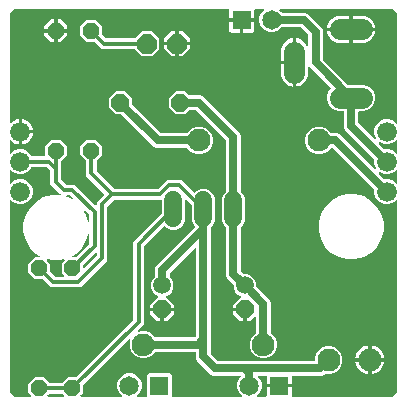
<source format=gtl>
G04 EAGLE Gerber RS-274X export*
G75*
%MOMM*%
%FSLAX34Y34*%
%LPD*%
%INTop Copper*%
%IPPOS*%
%AMOC8*
5,1,8,0,0,1.08239X$1,22.5*%
G01*
%ADD10P,1.623585X8X292.500000*%
%ADD11C,1.500000*%
%ADD12C,1.930400*%
%ADD13C,1.524000*%
%ADD14C,1.950000*%
%ADD15R,1.650000X1.650000*%
%ADD16C,1.650000*%
%ADD17P,1.547818X8X112.500000*%
%ADD18P,1.547818X8X292.500000*%
%ADD19C,1.800000*%
%ADD20P,1.623585X8X22.500000*%
%ADD21C,1.676400*%
%ADD22P,1.814519X8X22.500000*%
%ADD23C,0.906400*%
%ADD24C,0.635000*%
%ADD25C,0.304800*%

G36*
X335250Y10937D02*
X335250Y10937D01*
X335341Y10945D01*
X335371Y10957D01*
X335403Y10962D01*
X335484Y11005D01*
X335568Y11041D01*
X335600Y11067D01*
X335620Y11078D01*
X335643Y11101D01*
X335699Y11146D01*
X338854Y14301D01*
X338907Y14375D01*
X338967Y14445D01*
X338979Y14475D01*
X338998Y14501D01*
X339025Y14588D01*
X339059Y14673D01*
X339063Y14714D01*
X339070Y14736D01*
X339069Y14768D01*
X339077Y14840D01*
X339077Y177111D01*
X339066Y177182D01*
X339064Y177253D01*
X339046Y177302D01*
X339038Y177354D01*
X339004Y177417D01*
X338979Y177484D01*
X338947Y177525D01*
X338922Y177571D01*
X338870Y177620D01*
X338826Y177676D01*
X338782Y177704D01*
X338744Y177740D01*
X338679Y177770D01*
X338619Y177809D01*
X338568Y177822D01*
X338521Y177844D01*
X338450Y177852D01*
X338380Y177869D01*
X338328Y177865D01*
X338277Y177871D01*
X338206Y177856D01*
X338135Y177850D01*
X338087Y177830D01*
X338036Y177819D01*
X337975Y177782D01*
X337909Y177754D01*
X337853Y177709D01*
X337825Y177693D01*
X337810Y177675D01*
X337778Y177649D01*
X335900Y175771D01*
X332072Y174185D01*
X327928Y174185D01*
X324100Y175771D01*
X321171Y178700D01*
X319585Y182528D01*
X319585Y185898D01*
X319571Y185988D01*
X319563Y186079D01*
X319551Y186109D01*
X319546Y186140D01*
X319503Y186221D01*
X319467Y186305D01*
X319441Y186337D01*
X319430Y186358D01*
X319407Y186380D01*
X319362Y186436D01*
X284245Y221553D01*
X284171Y221606D01*
X284102Y221666D01*
X284071Y221678D01*
X284045Y221697D01*
X283958Y221724D01*
X283873Y221758D01*
X283833Y221762D01*
X283810Y221769D01*
X283778Y221768D01*
X283707Y221776D01*
X283378Y221776D01*
X283264Y221758D01*
X283147Y221740D01*
X283141Y221737D01*
X283135Y221737D01*
X283033Y221682D01*
X282928Y221629D01*
X282923Y221624D01*
X282918Y221621D01*
X282837Y221536D01*
X282756Y221453D01*
X282752Y221447D01*
X282749Y221443D01*
X282741Y221426D01*
X282728Y221404D01*
X279419Y218094D01*
X275124Y216315D01*
X270476Y216315D01*
X266181Y218094D01*
X262894Y221381D01*
X261115Y225676D01*
X261115Y230324D01*
X262894Y234619D01*
X266181Y237906D01*
X270476Y239685D01*
X275124Y239685D01*
X279419Y237906D01*
X282745Y234579D01*
X282796Y234494D01*
X282801Y234490D01*
X282804Y234485D01*
X282894Y234410D01*
X282983Y234334D01*
X282989Y234332D01*
X282994Y234328D01*
X283102Y234286D01*
X283211Y234242D01*
X283219Y234241D01*
X283223Y234240D01*
X283242Y234239D01*
X283378Y234224D01*
X287838Y234224D01*
X290125Y233276D01*
X291983Y231418D01*
X319787Y203615D01*
X319866Y203558D01*
X319941Y203496D01*
X319965Y203487D01*
X319986Y203471D01*
X320080Y203443D01*
X320170Y203408D01*
X320197Y203407D01*
X320222Y203399D01*
X320319Y203402D01*
X320416Y203397D01*
X320441Y203405D01*
X320467Y203405D01*
X320559Y203439D01*
X320652Y203466D01*
X320674Y203481D01*
X320698Y203490D01*
X320775Y203551D01*
X320854Y203606D01*
X320870Y203627D01*
X320890Y203644D01*
X320943Y203725D01*
X321001Y203804D01*
X321009Y203828D01*
X321023Y203850D01*
X321047Y203945D01*
X321077Y204037D01*
X321077Y204064D01*
X321084Y204089D01*
X321076Y204186D01*
X321075Y204283D01*
X321066Y204315D01*
X321064Y204334D01*
X321052Y204364D01*
X321028Y204445D01*
X319585Y207928D01*
X319585Y211298D01*
X319571Y211388D01*
X319563Y211479D01*
X319551Y211509D01*
X319546Y211540D01*
X319503Y211621D01*
X319467Y211705D01*
X319441Y211737D01*
X319430Y211758D01*
X319407Y211780D01*
X319362Y211836D01*
X294724Y236475D01*
X293776Y238762D01*
X293776Y252206D01*
X293773Y252226D01*
X293775Y252245D01*
X293753Y252347D01*
X293737Y252449D01*
X293727Y252466D01*
X293723Y252486D01*
X293670Y252575D01*
X293621Y252666D01*
X293607Y252680D01*
X293597Y252697D01*
X293518Y252764D01*
X293443Y252836D01*
X293425Y252844D01*
X293410Y252857D01*
X293314Y252896D01*
X293220Y252939D01*
X293200Y252941D01*
X293182Y252949D01*
X293015Y252967D01*
X288805Y252967D01*
X284750Y254647D01*
X281647Y257750D01*
X279967Y261805D01*
X279967Y266195D01*
X281647Y270250D01*
X282760Y271362D01*
X282771Y271378D01*
X282787Y271391D01*
X282843Y271478D01*
X282903Y271562D01*
X282909Y271581D01*
X282920Y271598D01*
X282945Y271698D01*
X282975Y271797D01*
X282975Y271817D01*
X282980Y271836D01*
X282972Y271939D01*
X282969Y272043D01*
X282962Y272062D01*
X282961Y272081D01*
X282920Y272176D01*
X282885Y272274D01*
X282872Y272290D01*
X282864Y272308D01*
X282760Y272439D01*
X266582Y288617D01*
X264840Y290358D01*
X264782Y290400D01*
X264730Y290449D01*
X264683Y290471D01*
X264641Y290502D01*
X264572Y290523D01*
X264507Y290553D01*
X264455Y290559D01*
X264405Y290574D01*
X264334Y290572D01*
X264263Y290580D01*
X264212Y290569D01*
X264160Y290568D01*
X264092Y290543D01*
X264022Y290528D01*
X263977Y290501D01*
X263929Y290483D01*
X263873Y290438D01*
X263811Y290402D01*
X263777Y290362D01*
X263737Y290329D01*
X263698Y290269D01*
X263651Y290215D01*
X263632Y290166D01*
X263604Y290123D01*
X263586Y290053D01*
X263559Y289987D01*
X263551Y289915D01*
X263543Y289884D01*
X263545Y289861D01*
X263541Y289820D01*
X263541Y284092D01*
X263257Y282298D01*
X262695Y280570D01*
X261871Y278951D01*
X260803Y277482D01*
X259518Y276197D01*
X258049Y275129D01*
X256430Y274305D01*
X254702Y273743D01*
X253523Y273557D01*
X253523Y293238D01*
X253520Y293258D01*
X253522Y293277D01*
X253500Y293379D01*
X253483Y293481D01*
X253474Y293498D01*
X253470Y293518D01*
X253417Y293607D01*
X253368Y293698D01*
X253354Y293712D01*
X253344Y293729D01*
X253265Y293796D01*
X253190Y293867D01*
X253172Y293876D01*
X253157Y293889D01*
X253061Y293927D01*
X252967Y293971D01*
X252947Y293973D01*
X252929Y293981D01*
X252762Y293999D01*
X251999Y293999D01*
X251999Y294001D01*
X252762Y294001D01*
X252782Y294004D01*
X252801Y294002D01*
X252903Y294024D01*
X253005Y294041D01*
X253022Y294050D01*
X253042Y294054D01*
X253131Y294107D01*
X253222Y294156D01*
X253236Y294170D01*
X253253Y294180D01*
X253320Y294259D01*
X253391Y294334D01*
X253400Y294352D01*
X253413Y294367D01*
X253452Y294463D01*
X253495Y294557D01*
X253497Y294577D01*
X253505Y294595D01*
X253523Y294762D01*
X253523Y314443D01*
X254702Y314257D01*
X256430Y313695D01*
X258049Y312871D01*
X259518Y311803D01*
X260803Y310518D01*
X261871Y309049D01*
X262337Y308134D01*
X262377Y308079D01*
X262409Y308019D01*
X262449Y307981D01*
X262482Y307935D01*
X262538Y307896D01*
X262587Y307850D01*
X262638Y307826D01*
X262684Y307794D01*
X262748Y307775D01*
X262810Y307746D01*
X262866Y307740D01*
X262919Y307724D01*
X262987Y307726D01*
X263054Y307719D01*
X263109Y307731D01*
X263165Y307733D01*
X263229Y307757D01*
X263295Y307771D01*
X263343Y307800D01*
X263395Y307820D01*
X263448Y307863D01*
X263506Y307897D01*
X263542Y307940D01*
X263586Y307975D01*
X263622Y308033D01*
X263666Y308084D01*
X263687Y308136D01*
X263717Y308184D01*
X263732Y308250D01*
X263758Y308313D01*
X263766Y308391D01*
X263774Y308423D01*
X263772Y308444D01*
X263776Y308479D01*
X263776Y317107D01*
X263762Y317197D01*
X263754Y317288D01*
X263742Y317318D01*
X263737Y317349D01*
X263694Y317430D01*
X263658Y317514D01*
X263632Y317546D01*
X263621Y317567D01*
X263598Y317589D01*
X263553Y317645D01*
X257645Y323553D01*
X257571Y323606D01*
X257502Y323666D01*
X257471Y323678D01*
X257445Y323697D01*
X257358Y323724D01*
X257273Y323758D01*
X257233Y323762D01*
X257210Y323769D01*
X257178Y323768D01*
X257107Y323776D01*
X241334Y323776D01*
X241243Y323762D01*
X241153Y323754D01*
X241123Y323742D01*
X241091Y323737D01*
X241010Y323694D01*
X240926Y323658D01*
X240894Y323632D01*
X240873Y323621D01*
X240851Y323598D01*
X240795Y323553D01*
X238525Y321283D01*
X234745Y319717D01*
X230655Y319717D01*
X226875Y321283D01*
X223983Y324175D01*
X222417Y327955D01*
X222417Y332045D01*
X223983Y335825D01*
X225936Y337778D01*
X225978Y337836D01*
X226027Y337888D01*
X226049Y337935D01*
X226079Y337977D01*
X226100Y338046D01*
X226131Y338111D01*
X226136Y338163D01*
X226152Y338213D01*
X226150Y338284D01*
X226158Y338355D01*
X226147Y338406D01*
X226145Y338458D01*
X226121Y338526D01*
X226105Y338596D01*
X226079Y338641D01*
X226061Y338689D01*
X226016Y338745D01*
X225979Y338807D01*
X225940Y338841D01*
X225907Y338881D01*
X225847Y338920D01*
X225792Y338967D01*
X225744Y338986D01*
X225700Y339014D01*
X225631Y339032D01*
X225564Y339059D01*
X225493Y339067D01*
X225462Y339075D01*
X225438Y339073D01*
X225397Y339077D01*
X218852Y339077D01*
X218832Y339074D01*
X218813Y339076D01*
X218711Y339054D01*
X218609Y339038D01*
X218592Y339028D01*
X218572Y339024D01*
X218483Y338971D01*
X218392Y338922D01*
X218378Y338908D01*
X218361Y338898D01*
X218294Y338819D01*
X218222Y338744D01*
X218214Y338726D01*
X218201Y338711D01*
X218162Y338615D01*
X218119Y338521D01*
X218117Y338501D01*
X218109Y338483D01*
X218091Y338316D01*
X218091Y331523D01*
X208062Y331523D01*
X208042Y331520D01*
X208023Y331522D01*
X207921Y331500D01*
X207819Y331483D01*
X207802Y331474D01*
X207782Y331470D01*
X207693Y331417D01*
X207602Y331368D01*
X207588Y331354D01*
X207571Y331344D01*
X207504Y331265D01*
X207433Y331190D01*
X207424Y331172D01*
X207411Y331157D01*
X207373Y331061D01*
X207329Y330967D01*
X207327Y330947D01*
X207319Y330929D01*
X207301Y330762D01*
X207301Y329999D01*
X207299Y329999D01*
X207299Y330762D01*
X207296Y330782D01*
X207298Y330801D01*
X207276Y330903D01*
X207259Y331005D01*
X207250Y331022D01*
X207246Y331042D01*
X207193Y331131D01*
X207144Y331222D01*
X207130Y331236D01*
X207120Y331253D01*
X207041Y331320D01*
X206966Y331391D01*
X206948Y331400D01*
X206933Y331413D01*
X206837Y331452D01*
X206743Y331495D01*
X206723Y331497D01*
X206705Y331505D01*
X206538Y331523D01*
X196509Y331523D01*
X196509Y338316D01*
X196506Y338336D01*
X196508Y338355D01*
X196486Y338457D01*
X196470Y338559D01*
X196460Y338576D01*
X196456Y338596D01*
X196403Y338685D01*
X196354Y338776D01*
X196340Y338790D01*
X196330Y338807D01*
X196251Y338874D01*
X196176Y338946D01*
X196158Y338954D01*
X196143Y338967D01*
X196047Y339006D01*
X195953Y339049D01*
X195933Y339051D01*
X195915Y339059D01*
X195748Y339077D01*
X14840Y339077D01*
X14750Y339063D01*
X14659Y339055D01*
X14629Y339043D01*
X14597Y339038D01*
X14516Y338995D01*
X14432Y338959D01*
X14400Y338933D01*
X14380Y338922D01*
X14357Y338899D01*
X14301Y338854D01*
X11146Y335699D01*
X11093Y335625D01*
X11033Y335555D01*
X11021Y335525D01*
X11002Y335499D01*
X10975Y335412D01*
X10941Y335327D01*
X10937Y335286D01*
X10930Y335264D01*
X10931Y335232D01*
X10923Y335160D01*
X10923Y243608D01*
X10934Y243537D01*
X10936Y243465D01*
X10954Y243416D01*
X10962Y243365D01*
X10996Y243302D01*
X11021Y243234D01*
X11053Y243194D01*
X11078Y243147D01*
X11130Y243098D01*
X11174Y243042D01*
X11218Y243014D01*
X11256Y242978D01*
X11321Y242948D01*
X11381Y242909D01*
X11432Y242896D01*
X11479Y242874D01*
X11550Y242867D01*
X11620Y242849D01*
X11672Y242853D01*
X11723Y242847D01*
X11794Y242863D01*
X11865Y242868D01*
X11913Y242889D01*
X11964Y242900D01*
X12025Y242936D01*
X12091Y242965D01*
X12147Y243009D01*
X12175Y243026D01*
X12190Y243044D01*
X12222Y243069D01*
X12884Y243731D01*
X14275Y244742D01*
X15807Y245522D01*
X17442Y246054D01*
X18477Y246218D01*
X18477Y236162D01*
X18480Y236142D01*
X18478Y236123D01*
X18500Y236021D01*
X18517Y235919D01*
X18526Y235902D01*
X18530Y235882D01*
X18583Y235793D01*
X18632Y235702D01*
X18646Y235688D01*
X18656Y235671D01*
X18735Y235604D01*
X18810Y235533D01*
X18828Y235524D01*
X18843Y235511D01*
X18939Y235473D01*
X19033Y235429D01*
X19053Y235427D01*
X19071Y235419D01*
X19238Y235401D01*
X20001Y235401D01*
X20001Y235399D01*
X19238Y235399D01*
X19218Y235396D01*
X19199Y235398D01*
X19097Y235376D01*
X18995Y235359D01*
X18978Y235350D01*
X18958Y235346D01*
X18869Y235293D01*
X18778Y235244D01*
X18764Y235230D01*
X18747Y235220D01*
X18680Y235141D01*
X18609Y235066D01*
X18600Y235048D01*
X18587Y235033D01*
X18548Y234937D01*
X18505Y234843D01*
X18503Y234823D01*
X18495Y234805D01*
X18477Y234638D01*
X18477Y224582D01*
X17442Y224746D01*
X15807Y225278D01*
X14275Y226058D01*
X12884Y227069D01*
X12222Y227731D01*
X12164Y227773D01*
X12112Y227822D01*
X12065Y227844D01*
X12023Y227874D01*
X11954Y227895D01*
X11889Y227926D01*
X11837Y227931D01*
X11787Y227947D01*
X11716Y227945D01*
X11645Y227953D01*
X11594Y227942D01*
X11542Y227940D01*
X11474Y227916D01*
X11404Y227900D01*
X11359Y227874D01*
X11311Y227856D01*
X11255Y227811D01*
X11193Y227774D01*
X11159Y227735D01*
X11119Y227702D01*
X11080Y227642D01*
X11033Y227587D01*
X11014Y227539D01*
X10986Y227495D01*
X10968Y227426D01*
X10941Y227359D01*
X10933Y227288D01*
X10925Y227257D01*
X10927Y227233D01*
X10923Y227192D01*
X10923Y217489D01*
X10934Y217418D01*
X10936Y217347D01*
X10954Y217298D01*
X10962Y217246D01*
X10996Y217183D01*
X11021Y217116D01*
X11053Y217075D01*
X11078Y217029D01*
X11130Y216980D01*
X11174Y216924D01*
X11218Y216896D01*
X11256Y216860D01*
X11321Y216830D01*
X11381Y216791D01*
X11432Y216778D01*
X11479Y216756D01*
X11550Y216748D01*
X11620Y216731D01*
X11672Y216735D01*
X11723Y216729D01*
X11794Y216744D01*
X11865Y216750D01*
X11913Y216770D01*
X11964Y216781D01*
X12025Y216818D01*
X12091Y216846D01*
X12147Y216891D01*
X12175Y216907D01*
X12190Y216925D01*
X12222Y216951D01*
X14100Y218829D01*
X17928Y220415D01*
X22072Y220415D01*
X25900Y218829D01*
X28829Y215900D01*
X29184Y215043D01*
X29246Y214943D01*
X29306Y214843D01*
X29310Y214839D01*
X29314Y214834D01*
X29404Y214759D01*
X29493Y214683D01*
X29498Y214681D01*
X29503Y214677D01*
X29612Y214635D01*
X29721Y214591D01*
X29728Y214590D01*
X29733Y214589D01*
X29751Y214588D01*
X29887Y214573D01*
X40056Y214573D01*
X40076Y214576D01*
X40095Y214574D01*
X40197Y214596D01*
X40299Y214612D01*
X40316Y214622D01*
X40336Y214626D01*
X40425Y214679D01*
X40516Y214728D01*
X40530Y214742D01*
X40547Y214752D01*
X40614Y214831D01*
X40686Y214906D01*
X40694Y214924D01*
X40707Y214939D01*
X40746Y215035D01*
X40789Y215129D01*
X40791Y215149D01*
X40799Y215167D01*
X40817Y215334D01*
X40817Y223004D01*
X46196Y228383D01*
X53804Y228383D01*
X59183Y223004D01*
X59183Y215396D01*
X54796Y211009D01*
X54743Y210935D01*
X54683Y210866D01*
X54671Y210836D01*
X54652Y210810D01*
X54625Y210723D01*
X54591Y210638D01*
X54587Y210597D01*
X54580Y210575D01*
X54581Y210542D01*
X54573Y210471D01*
X54573Y195209D01*
X54587Y195119D01*
X54595Y195028D01*
X54607Y194999D01*
X54612Y194967D01*
X54655Y194886D01*
X54691Y194802D01*
X54717Y194770D01*
X54728Y194749D01*
X54751Y194727D01*
X54796Y194671D01*
X58671Y190796D01*
X58745Y190743D01*
X58815Y190683D01*
X58845Y190671D01*
X58871Y190652D01*
X58958Y190625D01*
X59043Y190591D01*
X59084Y190587D01*
X59106Y190580D01*
X59138Y190581D01*
X59209Y190573D01*
X65894Y190573D01*
X83224Y173243D01*
X83282Y173201D01*
X83334Y173152D01*
X83381Y173130D01*
X83423Y173100D01*
X83492Y173078D01*
X83557Y173048D01*
X83609Y173042D01*
X83659Y173027D01*
X83730Y173029D01*
X83801Y173021D01*
X83852Y173032D01*
X83904Y173034D01*
X83972Y173058D01*
X84042Y173073D01*
X84087Y173100D01*
X84135Y173118D01*
X84191Y173163D01*
X84253Y173200D01*
X84287Y173239D01*
X84327Y173272D01*
X84366Y173332D01*
X84413Y173386D01*
X84432Y173435D01*
X84460Y173479D01*
X84478Y173548D01*
X84505Y173615D01*
X84513Y173686D01*
X84521Y173717D01*
X84519Y173740D01*
X84523Y173781D01*
X84523Y175590D01*
X90695Y181762D01*
X90707Y181778D01*
X90722Y181790D01*
X90778Y181878D01*
X90838Y181961D01*
X90844Y181980D01*
X90855Y181997D01*
X90880Y182098D01*
X90911Y182197D01*
X90910Y182216D01*
X90915Y182236D01*
X90907Y182339D01*
X90904Y182442D01*
X90898Y182461D01*
X90896Y182481D01*
X90856Y182576D01*
X90820Y182673D01*
X90807Y182689D01*
X90800Y182707D01*
X90695Y182838D01*
X75427Y198106D01*
X75427Y210471D01*
X75413Y210561D01*
X75405Y210652D01*
X75393Y210682D01*
X75388Y210714D01*
X75345Y210795D01*
X75309Y210878D01*
X75283Y210911D01*
X75272Y210931D01*
X75249Y210953D01*
X75204Y211009D01*
X70817Y215396D01*
X70817Y223004D01*
X76196Y228383D01*
X83804Y228383D01*
X89183Y223004D01*
X89183Y215396D01*
X84796Y211009D01*
X84743Y210935D01*
X84683Y210866D01*
X84671Y210836D01*
X84652Y210810D01*
X84625Y210723D01*
X84591Y210638D01*
X84587Y210597D01*
X84580Y210575D01*
X84581Y210542D01*
X84573Y210471D01*
X84573Y202209D01*
X84587Y202119D01*
X84595Y202028D01*
X84607Y201999D01*
X84612Y201967D01*
X84655Y201886D01*
X84691Y201802D01*
X84717Y201770D01*
X84728Y201749D01*
X84751Y201727D01*
X84796Y201671D01*
X99371Y187096D01*
X99445Y187043D01*
X99515Y186983D01*
X99545Y186971D01*
X99571Y186952D01*
X99658Y186925D01*
X99743Y186891D01*
X99784Y186887D01*
X99806Y186880D01*
X99838Y186881D01*
X99909Y186873D01*
X135791Y186873D01*
X135881Y186887D01*
X135972Y186895D01*
X136001Y186907D01*
X136033Y186912D01*
X136114Y186955D01*
X136198Y186991D01*
X136230Y187017D01*
X136251Y187028D01*
X136273Y187051D01*
X136329Y187096D01*
X143806Y194573D01*
X156494Y194573D01*
X159396Y191671D01*
X167060Y184007D01*
X167076Y183996D01*
X167088Y183980D01*
X167175Y183924D01*
X167259Y183864D01*
X167278Y183858D01*
X167295Y183847D01*
X167396Y183822D01*
X167494Y183791D01*
X167514Y183792D01*
X167534Y183787D01*
X167637Y183795D01*
X167740Y183798D01*
X167759Y183805D01*
X167779Y183806D01*
X167874Y183846D01*
X167971Y183882D01*
X167987Y183895D01*
X168005Y183902D01*
X168136Y184007D01*
X169532Y185403D01*
X173080Y186873D01*
X176920Y186873D01*
X180468Y185403D01*
X183183Y182688D01*
X184653Y179140D01*
X184653Y160060D01*
X183183Y156512D01*
X181447Y154776D01*
X181394Y154702D01*
X181334Y154632D01*
X181322Y154602D01*
X181303Y154576D01*
X181276Y154489D01*
X181242Y154404D01*
X181238Y154363D01*
X181231Y154341D01*
X181232Y154309D01*
X181224Y154237D01*
X181224Y47893D01*
X181238Y47803D01*
X181246Y47712D01*
X181258Y47682D01*
X181263Y47651D01*
X181306Y47570D01*
X181342Y47486D01*
X181368Y47454D01*
X181379Y47433D01*
X181402Y47411D01*
X181447Y47355D01*
X187482Y41320D01*
X187556Y41267D01*
X187625Y41207D01*
X187656Y41195D01*
X187682Y41176D01*
X187769Y41149D01*
X187854Y41115D01*
X187894Y41111D01*
X187917Y41104D01*
X187949Y41105D01*
X188020Y41097D01*
X268356Y41097D01*
X268376Y41100D01*
X268395Y41098D01*
X268497Y41120D01*
X268599Y41136D01*
X268616Y41146D01*
X268636Y41150D01*
X268725Y41203D01*
X268816Y41252D01*
X268830Y41266D01*
X268847Y41276D01*
X268914Y41355D01*
X268986Y41430D01*
X268994Y41448D01*
X269007Y41463D01*
X269046Y41559D01*
X269089Y41653D01*
X269091Y41673D01*
X269099Y41691D01*
X269117Y41858D01*
X269117Y44524D01*
X270911Y48854D01*
X274226Y52169D01*
X278556Y53963D01*
X283244Y53963D01*
X287574Y52169D01*
X290889Y48854D01*
X292683Y44524D01*
X292683Y39836D01*
X290889Y35506D01*
X287574Y32191D01*
X283244Y30397D01*
X278541Y30397D01*
X278462Y30416D01*
X278348Y30445D01*
X278342Y30444D01*
X278336Y30445D01*
X278220Y30434D01*
X278103Y30425D01*
X278097Y30423D01*
X278091Y30422D01*
X277984Y30375D01*
X277877Y30329D01*
X277871Y30324D01*
X277866Y30322D01*
X277853Y30310D01*
X277746Y30224D01*
X277118Y29597D01*
X274831Y28649D01*
X250852Y28649D01*
X250832Y28646D01*
X250813Y28648D01*
X250711Y28626D01*
X250609Y28610D01*
X250592Y28600D01*
X250572Y28596D01*
X250483Y28543D01*
X250392Y28494D01*
X250378Y28480D01*
X250361Y28470D01*
X250294Y28391D01*
X250222Y28316D01*
X250214Y28298D01*
X250201Y28283D01*
X250162Y28187D01*
X250119Y28093D01*
X250117Y28073D01*
X250109Y28055D01*
X250091Y27888D01*
X250091Y21923D01*
X240062Y21923D01*
X240042Y21920D01*
X240023Y21922D01*
X239921Y21900D01*
X239819Y21883D01*
X239802Y21874D01*
X239782Y21870D01*
X239693Y21817D01*
X239602Y21768D01*
X239588Y21754D01*
X239571Y21744D01*
X239504Y21665D01*
X239433Y21590D01*
X239424Y21572D01*
X239411Y21557D01*
X239373Y21461D01*
X239329Y21367D01*
X239327Y21347D01*
X239319Y21329D01*
X239301Y21162D01*
X239301Y19638D01*
X239304Y19618D01*
X239302Y19599D01*
X239324Y19497D01*
X239341Y19395D01*
X239350Y19378D01*
X239354Y19358D01*
X239407Y19269D01*
X239456Y19178D01*
X239470Y19164D01*
X239480Y19147D01*
X239559Y19080D01*
X239634Y19009D01*
X239652Y19000D01*
X239667Y18987D01*
X239763Y18948D01*
X239857Y18905D01*
X239877Y18903D01*
X239895Y18895D01*
X240062Y18877D01*
X250091Y18877D01*
X250091Y11715D01*
X250091Y11714D01*
X250083Y11645D01*
X250084Y11641D01*
X250084Y11637D01*
X250110Y11521D01*
X250136Y11404D01*
X250138Y11401D01*
X250138Y11397D01*
X250201Y11295D01*
X250262Y11193D01*
X250265Y11191D01*
X250267Y11187D01*
X250358Y11111D01*
X250449Y11033D01*
X250452Y11032D01*
X250455Y11029D01*
X250565Y10986D01*
X250677Y10941D01*
X250682Y10941D01*
X250684Y10940D01*
X250697Y10939D01*
X250844Y10923D01*
X335160Y10923D01*
X335250Y10937D01*
G37*
G36*
X28524Y10934D02*
X28524Y10934D01*
X28596Y10936D01*
X28645Y10954D01*
X28696Y10962D01*
X28759Y10996D01*
X28827Y11021D01*
X28867Y11053D01*
X28913Y11078D01*
X28963Y11130D01*
X29019Y11174D01*
X29047Y11218D01*
X29083Y11256D01*
X29113Y11321D01*
X29152Y11381D01*
X29164Y11432D01*
X29186Y11479D01*
X29194Y11550D01*
X29212Y11620D01*
X29208Y11672D01*
X29213Y11723D01*
X29198Y11794D01*
X29193Y11865D01*
X29172Y11913D01*
X29161Y11964D01*
X29124Y12025D01*
X29096Y12091D01*
X29051Y12147D01*
X29035Y12175D01*
X29017Y12190D01*
X28991Y12222D01*
X26817Y14396D01*
X26817Y22004D01*
X32196Y27383D01*
X39804Y27383D01*
X44191Y22996D01*
X44265Y22943D01*
X44334Y22883D01*
X44364Y22871D01*
X44390Y22852D01*
X44477Y22825D01*
X44562Y22791D01*
X44603Y22787D01*
X44625Y22780D01*
X44658Y22781D01*
X44729Y22773D01*
X55271Y22773D01*
X55361Y22787D01*
X55452Y22795D01*
X55482Y22807D01*
X55514Y22812D01*
X55595Y22855D01*
X55678Y22891D01*
X55711Y22917D01*
X55731Y22928D01*
X55753Y22951D01*
X55809Y22996D01*
X60196Y27383D01*
X66401Y27383D01*
X66491Y27397D01*
X66582Y27405D01*
X66611Y27417D01*
X66643Y27422D01*
X66724Y27465D01*
X66808Y27501D01*
X66840Y27527D01*
X66861Y27538D01*
X66883Y27561D01*
X66939Y27606D01*
X115204Y75871D01*
X115249Y75933D01*
X115276Y75962D01*
X115281Y75973D01*
X115317Y76015D01*
X115329Y76045D01*
X115348Y76071D01*
X115375Y76158D01*
X115409Y76243D01*
X115413Y76284D01*
X115420Y76306D01*
X115419Y76338D01*
X115427Y76409D01*
X115427Y141894D01*
X118329Y144796D01*
X139724Y166191D01*
X139777Y166265D01*
X139837Y166335D01*
X139849Y166365D01*
X139868Y166391D01*
X139895Y166478D01*
X139929Y166563D01*
X139933Y166604D01*
X139940Y166626D01*
X139939Y166658D01*
X139947Y166729D01*
X139947Y176966D01*
X139944Y176986D01*
X139946Y177005D01*
X139924Y177107D01*
X139908Y177209D01*
X139898Y177226D01*
X139894Y177246D01*
X139841Y177335D01*
X139792Y177426D01*
X139778Y177440D01*
X139768Y177457D01*
X139689Y177524D01*
X139614Y177596D01*
X139596Y177604D01*
X139581Y177617D01*
X139485Y177656D01*
X139391Y177699D01*
X139371Y177701D01*
X139353Y177709D01*
X139186Y177727D01*
X99909Y177727D01*
X99819Y177713D01*
X99728Y177705D01*
X99699Y177693D01*
X99667Y177688D01*
X99586Y177645D01*
X99502Y177609D01*
X99470Y177583D01*
X99449Y177572D01*
X99427Y177549D01*
X99371Y177504D01*
X93892Y172025D01*
X93839Y171951D01*
X93779Y171881D01*
X93767Y171851D01*
X93748Y171825D01*
X93721Y171738D01*
X93687Y171653D01*
X93683Y171612D01*
X93676Y171590D01*
X93677Y171558D01*
X93669Y171487D01*
X93669Y126202D01*
X70894Y103427D01*
X45906Y103427D01*
X38939Y110394D01*
X38865Y110447D01*
X38795Y110507D01*
X38765Y110519D01*
X38739Y110538D01*
X38652Y110565D01*
X38567Y110599D01*
X38526Y110603D01*
X38504Y110610D01*
X38472Y110609D01*
X38401Y110617D01*
X32196Y110617D01*
X26817Y115996D01*
X26817Y123604D01*
X32196Y128983D01*
X35489Y128983D01*
X35536Y128990D01*
X35584Y128989D01*
X35657Y129010D01*
X35731Y129022D01*
X35774Y129045D01*
X35820Y129059D01*
X35882Y129102D01*
X35949Y129138D01*
X35982Y129172D01*
X36021Y129200D01*
X36066Y129261D01*
X36118Y129316D01*
X36138Y129359D01*
X36167Y129398D01*
X36190Y129470D01*
X36222Y129539D01*
X36227Y129587D01*
X36242Y129632D01*
X36241Y129708D01*
X36249Y129783D01*
X36239Y129830D01*
X36238Y129878D01*
X36213Y129950D01*
X36197Y130024D01*
X36172Y130065D01*
X36156Y130110D01*
X36109Y130170D01*
X36070Y130235D01*
X36034Y130266D01*
X36004Y130304D01*
X35901Y130380D01*
X35884Y130395D01*
X35877Y130397D01*
X35869Y130403D01*
X33114Y131994D01*
X27994Y137114D01*
X24373Y143385D01*
X22499Y150379D01*
X22499Y157621D01*
X24373Y164615D01*
X27994Y170886D01*
X33114Y176006D01*
X39385Y179627D01*
X46379Y181501D01*
X53195Y181501D01*
X53265Y181512D01*
X53337Y181514D01*
X53386Y181532D01*
X53437Y181540D01*
X53501Y181574D01*
X53568Y181599D01*
X53609Y181631D01*
X53655Y181656D01*
X53704Y181708D01*
X53760Y181752D01*
X53788Y181796D01*
X53824Y181834D01*
X53854Y181899D01*
X53893Y181959D01*
X53906Y182010D01*
X53928Y182057D01*
X53936Y182128D01*
X53953Y182198D01*
X53949Y182250D01*
X53955Y182301D01*
X53940Y182372D01*
X53934Y182443D01*
X53914Y182491D01*
X53903Y182542D01*
X53866Y182603D01*
X53838Y182669D01*
X53793Y182725D01*
X53776Y182753D01*
X53759Y182768D01*
X53733Y182800D01*
X45427Y191106D01*
X45427Y201791D01*
X45413Y201881D01*
X45405Y201972D01*
X45393Y202001D01*
X45388Y202033D01*
X45345Y202114D01*
X45309Y202198D01*
X45283Y202230D01*
X45272Y202251D01*
X45249Y202273D01*
X45204Y202329D01*
X42329Y205204D01*
X42255Y205257D01*
X42185Y205317D01*
X42155Y205329D01*
X42129Y205348D01*
X42042Y205375D01*
X41957Y205409D01*
X41916Y205413D01*
X41894Y205420D01*
X41862Y205419D01*
X41791Y205427D01*
X29887Y205427D01*
X29773Y205408D01*
X29656Y205391D01*
X29651Y205389D01*
X29645Y205388D01*
X29542Y205333D01*
X29437Y205280D01*
X29433Y205275D01*
X29427Y205272D01*
X29347Y205188D01*
X29265Y205104D01*
X29261Y205098D01*
X29258Y205094D01*
X29250Y205077D01*
X29184Y204957D01*
X28829Y204100D01*
X25900Y201171D01*
X22072Y199585D01*
X17928Y199585D01*
X14100Y201171D01*
X12222Y203049D01*
X12164Y203091D01*
X12112Y203140D01*
X12065Y203162D01*
X12023Y203193D01*
X11954Y203214D01*
X11889Y203244D01*
X11837Y203250D01*
X11787Y203265D01*
X11716Y203263D01*
X11645Y203271D01*
X11594Y203260D01*
X11542Y203259D01*
X11474Y203234D01*
X11404Y203219D01*
X11359Y203192D01*
X11311Y203174D01*
X11255Y203129D01*
X11193Y203093D01*
X11159Y203053D01*
X11119Y203020D01*
X11080Y202960D01*
X11033Y202906D01*
X11014Y202857D01*
X10986Y202814D01*
X10968Y202744D01*
X10941Y202678D01*
X10933Y202606D01*
X10925Y202575D01*
X10927Y202552D01*
X10923Y202511D01*
X10923Y192089D01*
X10925Y192074D01*
X10924Y192061D01*
X10934Y192011D01*
X10936Y191947D01*
X10954Y191898D01*
X10962Y191846D01*
X10976Y191821D01*
X10976Y191820D01*
X10978Y191817D01*
X10996Y191783D01*
X11021Y191716D01*
X11053Y191675D01*
X11078Y191629D01*
X11130Y191580D01*
X11174Y191524D01*
X11218Y191496D01*
X11256Y191460D01*
X11321Y191430D01*
X11381Y191391D01*
X11432Y191378D01*
X11479Y191356D01*
X11550Y191348D01*
X11620Y191331D01*
X11672Y191335D01*
X11723Y191329D01*
X11794Y191344D01*
X11865Y191350D01*
X11913Y191370D01*
X11964Y191381D01*
X12025Y191418D01*
X12091Y191446D01*
X12143Y191487D01*
X12155Y191494D01*
X12159Y191498D01*
X12175Y191507D01*
X12190Y191525D01*
X12222Y191551D01*
X14100Y193429D01*
X17928Y195015D01*
X22072Y195015D01*
X25900Y193429D01*
X28829Y190500D01*
X30415Y186672D01*
X30415Y182528D01*
X28829Y178700D01*
X25900Y175771D01*
X22072Y174185D01*
X17928Y174185D01*
X14100Y175771D01*
X12222Y177649D01*
X12164Y177691D01*
X12112Y177740D01*
X12065Y177762D01*
X12023Y177793D01*
X11954Y177814D01*
X11889Y177844D01*
X11837Y177850D01*
X11787Y177865D01*
X11716Y177863D01*
X11645Y177871D01*
X11594Y177860D01*
X11542Y177859D01*
X11474Y177834D01*
X11404Y177819D01*
X11359Y177792D01*
X11311Y177774D01*
X11255Y177729D01*
X11193Y177693D01*
X11159Y177653D01*
X11119Y177620D01*
X11080Y177560D01*
X11033Y177506D01*
X11014Y177457D01*
X10986Y177414D01*
X10968Y177344D01*
X10941Y177278D01*
X10933Y177206D01*
X10925Y177175D01*
X10927Y177152D01*
X10923Y177111D01*
X10923Y14840D01*
X10937Y14750D01*
X10945Y14659D01*
X10957Y14629D01*
X10962Y14597D01*
X11005Y14516D01*
X11041Y14432D01*
X11067Y14400D01*
X11078Y14380D01*
X11101Y14357D01*
X11146Y14301D01*
X14301Y11146D01*
X14375Y11093D01*
X14445Y11033D01*
X14475Y11021D01*
X14501Y11002D01*
X14588Y10975D01*
X14673Y10941D01*
X14714Y10937D01*
X14736Y10930D01*
X14768Y10931D01*
X14840Y10923D01*
X28453Y10923D01*
X28524Y10934D01*
G37*
G36*
X320441Y228805D02*
X320441Y228805D01*
X320467Y228805D01*
X320559Y228839D01*
X320652Y228866D01*
X320674Y228881D01*
X320698Y228890D01*
X320775Y228951D01*
X320854Y229006D01*
X320870Y229027D01*
X320890Y229044D01*
X320943Y229125D01*
X321001Y229204D01*
X321009Y229228D01*
X321023Y229250D01*
X321047Y229345D01*
X321077Y229437D01*
X321077Y229464D01*
X321084Y229489D01*
X321076Y229586D01*
X321075Y229683D01*
X321066Y229715D01*
X321064Y229734D01*
X321052Y229764D01*
X321028Y229845D01*
X319585Y233328D01*
X319585Y237472D01*
X321171Y241300D01*
X324100Y244229D01*
X327928Y245815D01*
X332072Y245815D01*
X335900Y244229D01*
X337778Y242351D01*
X337836Y242309D01*
X337888Y242260D01*
X337935Y242238D01*
X337977Y242207D01*
X338046Y242186D01*
X338111Y242156D01*
X338163Y242150D01*
X338213Y242135D01*
X338284Y242137D01*
X338355Y242129D01*
X338406Y242140D01*
X338458Y242141D01*
X338526Y242166D01*
X338596Y242181D01*
X338641Y242208D01*
X338689Y242226D01*
X338745Y242271D01*
X338807Y242307D01*
X338841Y242347D01*
X338881Y242380D01*
X338920Y242440D01*
X338967Y242494D01*
X338986Y242543D01*
X339014Y242586D01*
X339032Y242656D01*
X339059Y242722D01*
X339067Y242794D01*
X339075Y242825D01*
X339073Y242848D01*
X339077Y242889D01*
X339077Y335160D01*
X339063Y335250D01*
X339055Y335341D01*
X339043Y335371D01*
X339038Y335403D01*
X338995Y335484D01*
X338959Y335568D01*
X338933Y335600D01*
X338922Y335620D01*
X338899Y335643D01*
X338854Y335699D01*
X335699Y338854D01*
X335625Y338907D01*
X335555Y338967D01*
X335525Y338979D01*
X335499Y338998D01*
X335412Y339025D01*
X335327Y339059D01*
X335286Y339063D01*
X335264Y339070D01*
X335232Y339069D01*
X335160Y339077D01*
X240003Y339077D01*
X239932Y339066D01*
X239860Y339064D01*
X239811Y339046D01*
X239760Y339038D01*
X239696Y339004D01*
X239629Y338979D01*
X239588Y338947D01*
X239542Y338922D01*
X239493Y338870D01*
X239437Y338826D01*
X239409Y338782D01*
X239373Y338744D01*
X239343Y338679D01*
X239304Y338619D01*
X239291Y338568D01*
X239269Y338521D01*
X239261Y338450D01*
X239244Y338380D01*
X239248Y338328D01*
X239242Y338277D01*
X239258Y338206D01*
X239263Y338135D01*
X239283Y338087D01*
X239295Y338036D01*
X239331Y337975D01*
X239359Y337909D01*
X239404Y337853D01*
X239421Y337825D01*
X239439Y337810D01*
X239464Y337778D01*
X240795Y336447D01*
X240869Y336394D01*
X240939Y336334D01*
X240969Y336322D01*
X240995Y336303D01*
X241082Y336276D01*
X241167Y336242D01*
X241208Y336238D01*
X241230Y336231D01*
X241262Y336232D01*
X241334Y336224D01*
X261238Y336224D01*
X263525Y335276D01*
X275276Y323525D01*
X276224Y321238D01*
X276224Y296893D01*
X276238Y296803D01*
X276246Y296712D01*
X276258Y296682D01*
X276263Y296651D01*
X276306Y296570D01*
X276342Y296486D01*
X276368Y296454D01*
X276379Y296433D01*
X276402Y296411D01*
X276447Y296355D01*
X297546Y275256D01*
X297620Y275203D01*
X297689Y275143D01*
X297720Y275131D01*
X297746Y275112D01*
X297833Y275085D01*
X297918Y275051D01*
X297958Y275047D01*
X297981Y275040D01*
X298013Y275041D01*
X298084Y275033D01*
X311195Y275033D01*
X315250Y273353D01*
X318353Y270250D01*
X320033Y266195D01*
X320033Y261805D01*
X318353Y257750D01*
X315250Y254647D01*
X311195Y252967D01*
X306985Y252967D01*
X306965Y252964D01*
X306946Y252966D01*
X306844Y252944D01*
X306742Y252928D01*
X306725Y252918D01*
X306705Y252914D01*
X306616Y252861D01*
X306525Y252812D01*
X306511Y252798D01*
X306494Y252788D01*
X306427Y252709D01*
X306355Y252634D01*
X306347Y252616D01*
X306334Y252601D01*
X306295Y252505D01*
X306252Y252411D01*
X306250Y252391D01*
X306242Y252373D01*
X306224Y252206D01*
X306224Y242893D01*
X306238Y242803D01*
X306246Y242712D01*
X306258Y242682D01*
X306263Y242651D01*
X306306Y242570D01*
X306342Y242486D01*
X306368Y242454D01*
X306379Y242433D01*
X306402Y242411D01*
X306447Y242355D01*
X319787Y229015D01*
X319866Y228958D01*
X319941Y228896D01*
X319965Y228887D01*
X319986Y228871D01*
X320080Y228843D01*
X320170Y228808D01*
X320197Y228807D01*
X320222Y228799D01*
X320319Y228802D01*
X320416Y228797D01*
X320441Y228805D01*
G37*
%LPC*%
G36*
X223476Y43315D02*
X223476Y43315D01*
X219181Y45094D01*
X215894Y48381D01*
X214115Y52676D01*
X214115Y57324D01*
X215894Y61619D01*
X219221Y64945D01*
X219306Y64996D01*
X219310Y65001D01*
X219315Y65004D01*
X219390Y65094D01*
X219466Y65183D01*
X219468Y65189D01*
X219472Y65194D01*
X219514Y65302D01*
X219558Y65411D01*
X219559Y65419D01*
X219560Y65423D01*
X219561Y65442D01*
X219576Y65578D01*
X219576Y78379D01*
X219565Y78449D01*
X219563Y78521D01*
X219545Y78570D01*
X219537Y78621D01*
X219503Y78685D01*
X219478Y78752D01*
X219446Y78793D01*
X219421Y78839D01*
X219369Y78888D01*
X219325Y78944D01*
X219281Y78972D01*
X219243Y79008D01*
X219178Y79038D01*
X219118Y79077D01*
X219067Y79090D01*
X219020Y79112D01*
X218949Y79120D01*
X218879Y79137D01*
X218827Y79133D01*
X218776Y79139D01*
X218705Y79124D01*
X218634Y79118D01*
X218586Y79098D01*
X218535Y79087D01*
X218474Y79050D01*
X218408Y79022D01*
X218352Y78977D01*
X218324Y78961D01*
X218309Y78943D01*
X218277Y78917D01*
X214159Y74799D01*
X211523Y74799D01*
X211523Y84078D01*
X211520Y84098D01*
X211522Y84117D01*
X211500Y84219D01*
X211483Y84321D01*
X211474Y84338D01*
X211470Y84358D01*
X211417Y84447D01*
X211368Y84538D01*
X211354Y84552D01*
X211344Y84569D01*
X211265Y84636D01*
X211190Y84707D01*
X211172Y84716D01*
X211157Y84729D01*
X211061Y84767D01*
X210967Y84811D01*
X210947Y84813D01*
X210929Y84821D01*
X210762Y84839D01*
X209999Y84839D01*
X209999Y85602D01*
X209996Y85622D01*
X209998Y85641D01*
X209976Y85743D01*
X209959Y85845D01*
X209950Y85862D01*
X209946Y85882D01*
X209893Y85971D01*
X209844Y86062D01*
X209830Y86076D01*
X209820Y86093D01*
X209741Y86160D01*
X209666Y86231D01*
X209648Y86240D01*
X209633Y86253D01*
X209537Y86292D01*
X209443Y86335D01*
X209423Y86337D01*
X209405Y86345D01*
X209238Y86363D01*
X199959Y86363D01*
X199959Y88999D01*
X205841Y94881D01*
X206079Y94881D01*
X206175Y94896D01*
X206272Y94906D01*
X206296Y94916D01*
X206322Y94920D01*
X206408Y94966D01*
X206497Y95006D01*
X206516Y95023D01*
X206539Y95036D01*
X206606Y95106D01*
X206678Y95172D01*
X206691Y95195D01*
X206709Y95214D01*
X206750Y95302D01*
X206797Y95388D01*
X206801Y95413D01*
X206812Y95437D01*
X206823Y95534D01*
X206840Y95630D01*
X206836Y95656D01*
X206839Y95681D01*
X206819Y95777D01*
X206804Y95873D01*
X206793Y95896D01*
X206787Y95922D01*
X206737Y96005D01*
X206693Y96092D01*
X206674Y96111D01*
X206661Y96133D01*
X206587Y96196D01*
X206517Y96264D01*
X206489Y96280D01*
X206474Y96293D01*
X206443Y96305D01*
X206370Y96345D01*
X204600Y97079D01*
X201919Y99760D01*
X200467Y103264D01*
X200467Y105576D01*
X200453Y105666D01*
X200445Y105757D01*
X200433Y105787D01*
X200428Y105818D01*
X200385Y105899D01*
X200349Y105983D01*
X200323Y106015D01*
X200312Y106036D01*
X200289Y106058D01*
X200244Y106114D01*
X195124Y111235D01*
X194176Y113522D01*
X194176Y154237D01*
X194162Y154327D01*
X194154Y154418D01*
X194142Y154448D01*
X194137Y154480D01*
X194094Y154561D01*
X194058Y154645D01*
X194032Y154677D01*
X194021Y154698D01*
X193998Y154720D01*
X193953Y154776D01*
X192217Y156512D01*
X190747Y160060D01*
X190747Y179140D01*
X192217Y182688D01*
X193953Y184424D01*
X194006Y184498D01*
X194066Y184568D01*
X194078Y184598D01*
X194097Y184624D01*
X194124Y184711D01*
X194158Y184796D01*
X194162Y184837D01*
X194169Y184859D01*
X194168Y184891D01*
X194176Y184963D01*
X194176Y227707D01*
X194162Y227797D01*
X194154Y227888D01*
X194142Y227918D01*
X194137Y227949D01*
X194094Y228030D01*
X194058Y228114D01*
X194032Y228146D01*
X194021Y228167D01*
X193998Y228189D01*
X193953Y228245D01*
X168645Y253553D01*
X168571Y253606D01*
X168502Y253666D01*
X168471Y253678D01*
X168445Y253697D01*
X168358Y253724D01*
X168273Y253758D01*
X168233Y253762D01*
X168210Y253769D01*
X168178Y253768D01*
X168107Y253776D01*
X162973Y253776D01*
X162883Y253762D01*
X162792Y253754D01*
X162762Y253742D01*
X162730Y253737D01*
X162649Y253694D01*
X162566Y253658D01*
X162533Y253632D01*
X162513Y253621D01*
X162499Y253607D01*
X162498Y253607D01*
X162487Y253596D01*
X162435Y253553D01*
X159349Y250467D01*
X151451Y250467D01*
X145867Y256051D01*
X145867Y263949D01*
X151451Y269533D01*
X159349Y269533D01*
X162435Y266447D01*
X162509Y266394D01*
X162578Y266334D01*
X162608Y266322D01*
X162634Y266303D01*
X162721Y266276D01*
X162806Y266242D01*
X162847Y266238D01*
X162869Y266231D01*
X162902Y266232D01*
X162973Y266224D01*
X172238Y266224D01*
X174525Y265276D01*
X205676Y234125D01*
X206624Y231838D01*
X206624Y184963D01*
X206638Y184873D01*
X206646Y184782D01*
X206658Y184752D01*
X206663Y184720D01*
X206706Y184639D01*
X206742Y184555D01*
X206768Y184523D01*
X206779Y184502D01*
X206802Y184480D01*
X206847Y184424D01*
X208583Y182688D01*
X210053Y179140D01*
X210053Y160060D01*
X208583Y156512D01*
X206847Y154776D01*
X206794Y154702D01*
X206734Y154632D01*
X206722Y154602D01*
X206703Y154576D01*
X206676Y154489D01*
X206642Y154404D01*
X206638Y154363D01*
X206631Y154341D01*
X206632Y154309D01*
X206624Y154237D01*
X206624Y117653D01*
X206638Y117563D01*
X206646Y117472D01*
X206658Y117442D01*
X206663Y117411D01*
X206706Y117330D01*
X206742Y117246D01*
X206768Y117214D01*
X206779Y117193D01*
X206802Y117171D01*
X206847Y117115D01*
X209046Y114916D01*
X209120Y114863D01*
X209189Y114803D01*
X209220Y114791D01*
X209246Y114772D01*
X209333Y114745D01*
X209418Y114711D01*
X209458Y114707D01*
X209481Y114700D01*
X209513Y114701D01*
X209584Y114693D01*
X211896Y114693D01*
X215400Y113241D01*
X218081Y110560D01*
X219533Y107056D01*
X219533Y104744D01*
X219547Y104654D01*
X219555Y104563D01*
X219567Y104533D01*
X219572Y104502D01*
X219615Y104421D01*
X219651Y104337D01*
X219677Y104305D01*
X219688Y104284D01*
X219711Y104262D01*
X219756Y104206D01*
X231076Y92885D01*
X232024Y90598D01*
X232024Y65578D01*
X232043Y65462D01*
X232060Y65347D01*
X232063Y65341D01*
X232063Y65335D01*
X232118Y65233D01*
X232171Y65128D01*
X232176Y65123D01*
X232179Y65118D01*
X232264Y65037D01*
X232347Y64956D01*
X232353Y64952D01*
X232357Y64949D01*
X232374Y64941D01*
X232396Y64928D01*
X235706Y61619D01*
X237485Y57324D01*
X237485Y52676D01*
X235706Y48381D01*
X232419Y45094D01*
X228124Y43315D01*
X223476Y43315D01*
G37*
%LPD*%
G36*
X105468Y10934D02*
X105468Y10934D01*
X105540Y10936D01*
X105589Y10954D01*
X105640Y10962D01*
X105704Y10996D01*
X105771Y11021D01*
X105812Y11053D01*
X105858Y11078D01*
X105907Y11130D01*
X105963Y11174D01*
X105991Y11218D01*
X106027Y11256D01*
X106057Y11321D01*
X106096Y11381D01*
X106109Y11432D01*
X106131Y11479D01*
X106139Y11550D01*
X106156Y11620D01*
X106152Y11672D01*
X106158Y11723D01*
X106142Y11794D01*
X106137Y11865D01*
X106117Y11913D01*
X106105Y11964D01*
X106069Y12025D01*
X106041Y12091D01*
X105996Y12147D01*
X105979Y12175D01*
X105961Y12190D01*
X105936Y12222D01*
X103583Y14575D01*
X102017Y18355D01*
X102017Y22445D01*
X103583Y26225D01*
X106475Y29117D01*
X110255Y30683D01*
X114345Y30683D01*
X118125Y29117D01*
X121017Y26225D01*
X122583Y22445D01*
X122583Y18355D01*
X121017Y14575D01*
X118664Y12222D01*
X118622Y12164D01*
X118573Y12112D01*
X118551Y12065D01*
X118521Y12023D01*
X118500Y11954D01*
X118469Y11889D01*
X118464Y11837D01*
X118448Y11787D01*
X118450Y11716D01*
X118442Y11645D01*
X118453Y11594D01*
X118455Y11542D01*
X118479Y11474D01*
X118495Y11404D01*
X118521Y11359D01*
X118539Y11311D01*
X118584Y11255D01*
X118621Y11193D01*
X118660Y11159D01*
X118693Y11119D01*
X118753Y11080D01*
X118808Y11033D01*
X118856Y11014D01*
X118900Y10986D01*
X118969Y10968D01*
X119036Y10941D01*
X119107Y10933D01*
X119138Y10925D01*
X119162Y10927D01*
X119203Y10923D01*
X126656Y10923D01*
X126676Y10926D01*
X126695Y10924D01*
X126797Y10946D01*
X126899Y10962D01*
X126916Y10972D01*
X126936Y10976D01*
X127025Y11029D01*
X127116Y11078D01*
X127130Y11092D01*
X127147Y11102D01*
X127214Y11181D01*
X127286Y11256D01*
X127294Y11274D01*
X127307Y11289D01*
X127346Y11385D01*
X127389Y11479D01*
X127391Y11499D01*
X127399Y11517D01*
X127417Y11684D01*
X127417Y29492D01*
X128608Y30683D01*
X146792Y30683D01*
X147983Y29492D01*
X147983Y11684D01*
X147986Y11664D01*
X147984Y11645D01*
X148006Y11543D01*
X148022Y11441D01*
X148032Y11424D01*
X148036Y11404D01*
X148089Y11315D01*
X148138Y11224D01*
X148152Y11210D01*
X148162Y11193D01*
X148241Y11126D01*
X148316Y11054D01*
X148334Y11046D01*
X148349Y11033D01*
X148445Y10994D01*
X148539Y10951D01*
X148559Y10949D01*
X148577Y10941D01*
X148744Y10923D01*
X206997Y10923D01*
X207068Y10934D01*
X207140Y10936D01*
X207189Y10954D01*
X207240Y10962D01*
X207304Y10996D01*
X207371Y11021D01*
X207412Y11053D01*
X207458Y11078D01*
X207507Y11130D01*
X207563Y11174D01*
X207591Y11218D01*
X207627Y11256D01*
X207657Y11321D01*
X207696Y11381D01*
X207709Y11432D01*
X207731Y11479D01*
X207739Y11550D01*
X207756Y11620D01*
X207752Y11672D01*
X207758Y11723D01*
X207742Y11794D01*
X207737Y11865D01*
X207717Y11913D01*
X207705Y11964D01*
X207669Y12025D01*
X207641Y12091D01*
X207596Y12147D01*
X207579Y12175D01*
X207561Y12190D01*
X207536Y12222D01*
X205183Y14575D01*
X203617Y18355D01*
X203617Y22445D01*
X205183Y26225D01*
X206308Y27350D01*
X206350Y27408D01*
X206399Y27460D01*
X206421Y27507D01*
X206451Y27549D01*
X206472Y27618D01*
X206503Y27683D01*
X206508Y27735D01*
X206524Y27785D01*
X206522Y27856D01*
X206530Y27927D01*
X206519Y27978D01*
X206517Y28030D01*
X206493Y28098D01*
X206477Y28168D01*
X206451Y28213D01*
X206433Y28261D01*
X206388Y28317D01*
X206351Y28379D01*
X206312Y28413D01*
X206279Y28453D01*
X206219Y28492D01*
X206164Y28539D01*
X206116Y28558D01*
X206072Y28586D01*
X206003Y28604D01*
X205936Y28631D01*
X205865Y28639D01*
X205834Y28647D01*
X205810Y28645D01*
X205769Y28649D01*
X183889Y28649D01*
X181602Y29597D01*
X169724Y41475D01*
X168776Y43762D01*
X168776Y48015D01*
X168773Y48035D01*
X168775Y48054D01*
X168753Y48156D01*
X168737Y48258D01*
X168727Y48275D01*
X168723Y48295D01*
X168670Y48384D01*
X168621Y48475D01*
X168607Y48489D01*
X168597Y48506D01*
X168518Y48573D01*
X168443Y48645D01*
X168425Y48653D01*
X168410Y48666D01*
X168314Y48705D01*
X168220Y48748D01*
X168200Y48750D01*
X168182Y48758D01*
X168015Y48776D01*
X134778Y48776D01*
X134664Y48758D01*
X134547Y48740D01*
X134541Y48737D01*
X134535Y48737D01*
X134433Y48682D01*
X134328Y48629D01*
X134323Y48624D01*
X134318Y48621D01*
X134237Y48536D01*
X134156Y48453D01*
X134152Y48447D01*
X134149Y48443D01*
X134141Y48426D01*
X134128Y48404D01*
X130819Y45094D01*
X126524Y43315D01*
X121876Y43315D01*
X117581Y45094D01*
X114294Y48381D01*
X112515Y52676D01*
X112515Y57324D01*
X113118Y58780D01*
X113141Y58875D01*
X113169Y58968D01*
X113169Y58995D01*
X113175Y59020D01*
X113166Y59117D01*
X113163Y59214D01*
X113154Y59239D01*
X113152Y59265D01*
X113112Y59354D01*
X113079Y59445D01*
X113062Y59466D01*
X113052Y59490D01*
X112986Y59561D01*
X112925Y59637D01*
X112903Y59651D01*
X112885Y59671D01*
X112800Y59718D01*
X112718Y59770D01*
X112693Y59777D01*
X112670Y59789D01*
X112574Y59807D01*
X112479Y59830D01*
X112453Y59828D01*
X112428Y59833D01*
X112331Y59819D01*
X112234Y59811D01*
X112210Y59801D01*
X112184Y59797D01*
X112097Y59753D01*
X112008Y59715D01*
X111982Y59695D01*
X111965Y59686D01*
X111942Y59662D01*
X111877Y59610D01*
X73406Y21139D01*
X73353Y21065D01*
X73293Y20995D01*
X73281Y20965D01*
X73262Y20939D01*
X73235Y20852D01*
X73201Y20767D01*
X73197Y20726D01*
X73190Y20704D01*
X73191Y20672D01*
X73183Y20601D01*
X73183Y14396D01*
X71009Y12222D01*
X70967Y12164D01*
X70917Y12112D01*
X70895Y12065D01*
X70865Y12023D01*
X70844Y11954D01*
X70814Y11889D01*
X70808Y11837D01*
X70793Y11787D01*
X70795Y11716D01*
X70787Y11645D01*
X70798Y11594D01*
X70799Y11542D01*
X70824Y11474D01*
X70839Y11404D01*
X70866Y11359D01*
X70883Y11311D01*
X70928Y11255D01*
X70965Y11193D01*
X71005Y11159D01*
X71037Y11119D01*
X71097Y11080D01*
X71152Y11033D01*
X71200Y11014D01*
X71244Y10986D01*
X71314Y10968D01*
X71380Y10941D01*
X71451Y10933D01*
X71483Y10925D01*
X71506Y10927D01*
X71547Y10923D01*
X105397Y10923D01*
X105468Y10934D01*
G37*
G36*
X167197Y61238D02*
X167197Y61238D01*
X167288Y61246D01*
X167318Y61258D01*
X167349Y61263D01*
X167430Y61306D01*
X167514Y61342D01*
X167546Y61368D01*
X167567Y61379D01*
X167589Y61402D01*
X167645Y61447D01*
X168553Y62355D01*
X168606Y62429D01*
X168666Y62498D01*
X168678Y62529D01*
X168697Y62555D01*
X168724Y62642D01*
X168758Y62727D01*
X168762Y62767D01*
X168769Y62790D01*
X168768Y62822D01*
X168776Y62893D01*
X168776Y136137D01*
X168765Y136208D01*
X168763Y136279D01*
X168745Y136328D01*
X168737Y136380D01*
X168703Y136443D01*
X168678Y136510D01*
X168646Y136551D01*
X168621Y136597D01*
X168569Y136646D01*
X168525Y136702D01*
X168481Y136730D01*
X168443Y136766D01*
X168378Y136796D01*
X168318Y136835D01*
X168267Y136848D01*
X168220Y136870D01*
X168149Y136878D01*
X168079Y136895D01*
X168027Y136891D01*
X167976Y136897D01*
X167905Y136882D01*
X167834Y136876D01*
X167786Y136856D01*
X167735Y136845D01*
X167674Y136808D01*
X167608Y136780D01*
X167552Y136735D01*
X167524Y136719D01*
X167509Y136701D01*
X167477Y136675D01*
X146447Y115645D01*
X146394Y115571D01*
X146334Y115502D01*
X146322Y115471D01*
X146303Y115445D01*
X146276Y115358D01*
X146242Y115273D01*
X146238Y115233D01*
X146231Y115210D01*
X146232Y115178D01*
X146224Y115107D01*
X146224Y112733D01*
X146238Y112643D01*
X146246Y112552D01*
X146258Y112522D01*
X146263Y112490D01*
X146306Y112410D01*
X146342Y112326D01*
X146368Y112293D01*
X146379Y112273D01*
X146402Y112251D01*
X146447Y112195D01*
X148081Y110560D01*
X149533Y107056D01*
X149533Y103264D01*
X148081Y99760D01*
X145400Y97079D01*
X143630Y96345D01*
X143547Y96294D01*
X143461Y96248D01*
X143443Y96230D01*
X143421Y96216D01*
X143358Y96140D01*
X143291Y96070D01*
X143280Y96046D01*
X143264Y96026D01*
X143229Y95935D01*
X143188Y95847D01*
X143185Y95821D01*
X143176Y95797D01*
X143171Y95699D01*
X143161Y95603D01*
X143166Y95577D01*
X143165Y95551D01*
X143192Y95457D01*
X143213Y95362D01*
X143226Y95340D01*
X143234Y95315D01*
X143289Y95235D01*
X143339Y95151D01*
X143359Y95134D01*
X143374Y95113D01*
X143452Y95054D01*
X143526Y94991D01*
X143550Y94981D01*
X143571Y94966D01*
X143664Y94936D01*
X143754Y94899D01*
X143787Y94896D01*
X143805Y94890D01*
X143838Y94890D01*
X143921Y94881D01*
X144159Y94881D01*
X150041Y88999D01*
X150041Y86363D01*
X140762Y86363D01*
X140742Y86360D01*
X140723Y86362D01*
X140621Y86340D01*
X140519Y86323D01*
X140502Y86314D01*
X140482Y86310D01*
X140393Y86257D01*
X140302Y86208D01*
X140288Y86194D01*
X140271Y86184D01*
X140204Y86105D01*
X140133Y86030D01*
X140124Y86012D01*
X140111Y85997D01*
X140073Y85901D01*
X140029Y85807D01*
X140027Y85787D01*
X140019Y85769D01*
X140001Y85602D01*
X140001Y84839D01*
X139999Y84839D01*
X139999Y85602D01*
X139996Y85622D01*
X139998Y85641D01*
X139976Y85743D01*
X139959Y85845D01*
X139950Y85862D01*
X139946Y85882D01*
X139893Y85971D01*
X139844Y86062D01*
X139830Y86076D01*
X139820Y86093D01*
X139741Y86160D01*
X139666Y86231D01*
X139648Y86240D01*
X139633Y86253D01*
X139537Y86292D01*
X139443Y86335D01*
X139423Y86337D01*
X139405Y86345D01*
X139238Y86363D01*
X129959Y86363D01*
X129959Y88999D01*
X135841Y94881D01*
X136079Y94881D01*
X136175Y94896D01*
X136272Y94906D01*
X136296Y94916D01*
X136322Y94920D01*
X136408Y94966D01*
X136497Y95006D01*
X136516Y95023D01*
X136539Y95036D01*
X136606Y95106D01*
X136678Y95172D01*
X136691Y95195D01*
X136709Y95214D01*
X136750Y95302D01*
X136797Y95388D01*
X136801Y95413D01*
X136812Y95437D01*
X136823Y95534D01*
X136840Y95630D01*
X136836Y95656D01*
X136839Y95681D01*
X136819Y95777D01*
X136804Y95873D01*
X136793Y95896D01*
X136787Y95922D01*
X136737Y96005D01*
X136693Y96092D01*
X136674Y96111D01*
X136661Y96133D01*
X136587Y96196D01*
X136517Y96264D01*
X136489Y96280D01*
X136474Y96293D01*
X136443Y96305D01*
X136370Y96345D01*
X134600Y97079D01*
X131919Y99760D01*
X130467Y103264D01*
X130467Y107056D01*
X131919Y110560D01*
X133553Y112195D01*
X133606Y112269D01*
X133666Y112338D01*
X133678Y112368D01*
X133697Y112394D01*
X133724Y112481D01*
X133758Y112566D01*
X133762Y112607D01*
X133769Y112629D01*
X133768Y112662D01*
X133776Y112733D01*
X133776Y119238D01*
X134724Y121525D01*
X167725Y154527D01*
X167737Y154543D01*
X167753Y154556D01*
X167809Y154643D01*
X167869Y154727D01*
X167875Y154746D01*
X167886Y154763D01*
X167911Y154863D01*
X167941Y154962D01*
X167941Y154982D01*
X167946Y155001D01*
X167938Y155104D01*
X167935Y155208D01*
X167928Y155227D01*
X167927Y155246D01*
X167886Y155341D01*
X167850Y155439D01*
X167838Y155454D01*
X167830Y155473D01*
X167725Y155604D01*
X166817Y156512D01*
X165347Y160060D01*
X165347Y172471D01*
X165333Y172561D01*
X165325Y172652D01*
X165313Y172681D01*
X165308Y172713D01*
X165265Y172794D01*
X165229Y172878D01*
X165203Y172910D01*
X165192Y172931D01*
X165169Y172953D01*
X165124Y173009D01*
X160552Y177581D01*
X160494Y177623D01*
X160442Y177672D01*
X160395Y177694D01*
X160353Y177724D01*
X160284Y177746D01*
X160219Y177776D01*
X160167Y177781D01*
X160117Y177797D01*
X160046Y177795D01*
X159975Y177803D01*
X159924Y177792D01*
X159872Y177790D01*
X159804Y177766D01*
X159734Y177751D01*
X159689Y177724D01*
X159641Y177706D01*
X159585Y177661D01*
X159523Y177624D01*
X159489Y177585D01*
X159449Y177552D01*
X159410Y177492D01*
X159363Y177438D01*
X159344Y177389D01*
X159316Y177345D01*
X159298Y177276D01*
X159271Y177209D01*
X159263Y177138D01*
X159255Y177107D01*
X159257Y177084D01*
X159253Y177043D01*
X159253Y160060D01*
X157783Y156512D01*
X155068Y153797D01*
X151520Y152327D01*
X147680Y152327D01*
X144132Y153797D01*
X142736Y155193D01*
X142720Y155204D01*
X142708Y155220D01*
X142620Y155276D01*
X142536Y155336D01*
X142517Y155342D01*
X142501Y155353D01*
X142400Y155378D01*
X142301Y155409D01*
X142281Y155408D01*
X142262Y155413D01*
X142159Y155405D01*
X142055Y155402D01*
X142037Y155395D01*
X142017Y155394D01*
X141922Y155354D01*
X141824Y155318D01*
X141809Y155305D01*
X141791Y155298D01*
X141660Y155193D01*
X124796Y138329D01*
X124743Y138255D01*
X124683Y138185D01*
X124671Y138155D01*
X124652Y138129D01*
X124625Y138042D01*
X124591Y137957D01*
X124587Y137916D01*
X124580Y137894D01*
X124581Y137862D01*
X124573Y137791D01*
X124573Y72306D01*
X119590Y67323D01*
X119533Y67244D01*
X119471Y67169D01*
X119462Y67145D01*
X119446Y67123D01*
X119418Y67030D01*
X119383Y66939D01*
X119382Y66913D01*
X119374Y66888D01*
X119377Y66791D01*
X119372Y66694D01*
X119380Y66669D01*
X119380Y66642D01*
X119414Y66551D01*
X119441Y66457D01*
X119456Y66436D01*
X119465Y66411D01*
X119526Y66335D01*
X119581Y66255D01*
X119602Y66240D01*
X119619Y66219D01*
X119701Y66167D01*
X119779Y66109D01*
X119803Y66101D01*
X119825Y66086D01*
X119920Y66063D01*
X120012Y66032D01*
X120039Y66033D01*
X120064Y66026D01*
X120161Y66034D01*
X120258Y66035D01*
X120290Y66044D01*
X120309Y66045D01*
X120339Y66058D01*
X120420Y66082D01*
X121876Y66685D01*
X126524Y66685D01*
X130819Y64906D01*
X134145Y61579D01*
X134196Y61494D01*
X134201Y61490D01*
X134204Y61485D01*
X134294Y61410D01*
X134383Y61334D01*
X134389Y61332D01*
X134394Y61328D01*
X134502Y61286D01*
X134611Y61242D01*
X134619Y61241D01*
X134623Y61240D01*
X134642Y61239D01*
X134778Y61224D01*
X167107Y61224D01*
X167197Y61238D01*
G37*
%LPC*%
G36*
X296379Y127499D02*
X296379Y127499D01*
X289385Y129373D01*
X283114Y132994D01*
X277994Y138114D01*
X274373Y144385D01*
X272499Y151379D01*
X272499Y158621D01*
X274373Y165615D01*
X277994Y171886D01*
X283114Y177006D01*
X289385Y180627D01*
X296379Y182501D01*
X303621Y182501D01*
X310615Y180627D01*
X316886Y177006D01*
X322006Y171886D01*
X325627Y165615D01*
X327501Y158621D01*
X327501Y151379D01*
X325627Y144385D01*
X322006Y138114D01*
X316886Y132994D01*
X310615Y129373D01*
X303621Y127499D01*
X296379Y127499D01*
G37*
%LPD*%
%LPC*%
G36*
X168876Y216315D02*
X168876Y216315D01*
X164581Y218094D01*
X161255Y221421D01*
X161204Y221506D01*
X161199Y221510D01*
X161196Y221515D01*
X161106Y221590D01*
X161017Y221666D01*
X161011Y221668D01*
X161006Y221672D01*
X160898Y221714D01*
X160789Y221758D01*
X160781Y221759D01*
X160777Y221760D01*
X160758Y221761D01*
X160622Y221776D01*
X135362Y221776D01*
X133075Y222724D01*
X105554Y250244D01*
X105480Y250297D01*
X105411Y250357D01*
X105380Y250369D01*
X105354Y250388D01*
X105267Y250415D01*
X105182Y250449D01*
X105142Y250453D01*
X105119Y250460D01*
X105087Y250459D01*
X105016Y250467D01*
X100651Y250467D01*
X95067Y256051D01*
X95067Y263949D01*
X100651Y269533D01*
X108549Y269533D01*
X114133Y263949D01*
X114133Y259584D01*
X114147Y259494D01*
X114155Y259403D01*
X114167Y259373D01*
X114172Y259342D01*
X114215Y259261D01*
X114251Y259177D01*
X114277Y259145D01*
X114288Y259124D01*
X114311Y259102D01*
X114356Y259046D01*
X138955Y234447D01*
X139029Y234394D01*
X139098Y234334D01*
X139129Y234322D01*
X139155Y234303D01*
X139242Y234276D01*
X139327Y234242D01*
X139367Y234238D01*
X139390Y234231D01*
X139422Y234232D01*
X139493Y234224D01*
X160622Y234224D01*
X160736Y234242D01*
X160853Y234260D01*
X160859Y234263D01*
X160865Y234263D01*
X160967Y234318D01*
X161072Y234371D01*
X161077Y234376D01*
X161082Y234379D01*
X161163Y234464D01*
X161244Y234547D01*
X161248Y234553D01*
X161251Y234557D01*
X161259Y234574D01*
X161272Y234596D01*
X164581Y237906D01*
X168876Y239685D01*
X173524Y239685D01*
X177819Y237906D01*
X181106Y234619D01*
X182885Y230324D01*
X182885Y225676D01*
X181106Y221381D01*
X177819Y218094D01*
X173524Y216315D01*
X168876Y216315D01*
G37*
%LPD*%
%LPC*%
G36*
X122986Y299585D02*
X122986Y299585D01*
X117367Y305204D01*
X117293Y305257D01*
X117224Y305317D01*
X117193Y305329D01*
X117167Y305348D01*
X117080Y305375D01*
X116995Y305409D01*
X116955Y305413D01*
X116932Y305420D01*
X116900Y305419D01*
X116829Y305427D01*
X88906Y305427D01*
X82939Y311394D01*
X82865Y311447D01*
X82795Y311507D01*
X82765Y311519D01*
X82739Y311538D01*
X82652Y311565D01*
X82567Y311599D01*
X82526Y311603D01*
X82504Y311610D01*
X82472Y311609D01*
X82401Y311617D01*
X76196Y311617D01*
X70817Y316996D01*
X70817Y324604D01*
X76196Y329983D01*
X83804Y329983D01*
X89183Y324604D01*
X89183Y318399D01*
X89197Y318309D01*
X89205Y318218D01*
X89217Y318189D01*
X89222Y318157D01*
X89265Y318076D01*
X89301Y317992D01*
X89327Y317960D01*
X89338Y317939D01*
X89361Y317917D01*
X89406Y317861D01*
X92471Y314796D01*
X92545Y314743D01*
X92615Y314683D01*
X92645Y314671D01*
X92671Y314652D01*
X92758Y314625D01*
X92843Y314591D01*
X92884Y314587D01*
X92906Y314580D01*
X92938Y314581D01*
X93009Y314573D01*
X116829Y314573D01*
X116919Y314587D01*
X117010Y314595D01*
X117040Y314607D01*
X117072Y314612D01*
X117152Y314655D01*
X117236Y314691D01*
X117268Y314717D01*
X117289Y314728D01*
X117311Y314751D01*
X117367Y314796D01*
X122986Y320415D01*
X131614Y320415D01*
X137715Y314314D01*
X137715Y305686D01*
X131614Y299585D01*
X122986Y299585D01*
G37*
%LPD*%
%LPC*%
G36*
X301523Y323523D02*
X301523Y323523D01*
X301523Y333541D01*
X309908Y333541D01*
X311702Y333257D01*
X313430Y332695D01*
X315049Y331871D01*
X316518Y330803D01*
X317803Y329518D01*
X318871Y328049D01*
X319695Y326430D01*
X320257Y324702D01*
X320443Y323523D01*
X301523Y323523D01*
G37*
%LPD*%
%LPC*%
G36*
X279557Y323523D02*
X279557Y323523D01*
X279743Y324702D01*
X280305Y326430D01*
X281129Y328049D01*
X282197Y329518D01*
X283482Y330803D01*
X284951Y331871D01*
X286570Y332695D01*
X288298Y333257D01*
X290092Y333541D01*
X298477Y333541D01*
X298477Y323523D01*
X279557Y323523D01*
G37*
%LPD*%
%LPC*%
G36*
X301523Y310459D02*
X301523Y310459D01*
X301523Y320477D01*
X320443Y320477D01*
X320257Y319298D01*
X319695Y317570D01*
X318871Y315951D01*
X317803Y314482D01*
X316518Y313197D01*
X315049Y312129D01*
X313430Y311305D01*
X311702Y310743D01*
X309908Y310459D01*
X301523Y310459D01*
G37*
%LPD*%
%LPC*%
G36*
X240459Y295523D02*
X240459Y295523D01*
X240459Y303908D01*
X240743Y305702D01*
X241305Y307430D01*
X242129Y309049D01*
X243197Y310518D01*
X244482Y311803D01*
X245951Y312871D01*
X247570Y313695D01*
X249298Y314257D01*
X250477Y314443D01*
X250477Y295523D01*
X240459Y295523D01*
G37*
%LPD*%
%LPC*%
G36*
X249298Y273743D02*
X249298Y273743D01*
X247570Y274305D01*
X245951Y275129D01*
X244482Y276197D01*
X243197Y277482D01*
X242129Y278951D01*
X241305Y280570D01*
X240743Y282298D01*
X240459Y284092D01*
X240459Y292477D01*
X250477Y292477D01*
X250477Y273557D01*
X249298Y273743D01*
G37*
%LPD*%
%LPC*%
G36*
X290092Y310459D02*
X290092Y310459D01*
X288298Y310743D01*
X286570Y311305D01*
X284951Y312129D01*
X283482Y313197D01*
X282197Y314482D01*
X281129Y315951D01*
X280305Y317570D01*
X279743Y319298D01*
X279557Y320477D01*
X298477Y320477D01*
X298477Y310459D01*
X290092Y310459D01*
G37*
%LPD*%
G36*
X56474Y112584D02*
X56474Y112584D01*
X56546Y112586D01*
X56595Y112604D01*
X56646Y112612D01*
X56709Y112646D01*
X56777Y112671D01*
X56817Y112703D01*
X56863Y112728D01*
X56913Y112780D01*
X56969Y112824D01*
X56997Y112868D01*
X57033Y112906D01*
X57063Y112971D01*
X57102Y113031D01*
X57114Y113082D01*
X57136Y113129D01*
X57144Y113200D01*
X57162Y113270D01*
X57158Y113322D01*
X57163Y113373D01*
X57148Y113444D01*
X57143Y113515D01*
X57122Y113563D01*
X57111Y113614D01*
X57074Y113675D01*
X57046Y113741D01*
X57001Y113797D01*
X56985Y113825D01*
X56967Y113840D01*
X56941Y113872D01*
X54817Y115996D01*
X54817Y123604D01*
X57202Y125988D01*
X57230Y126027D01*
X57265Y126060D01*
X57301Y126126D01*
X57346Y126188D01*
X57360Y126234D01*
X57383Y126276D01*
X57396Y126351D01*
X57418Y126423D01*
X57417Y126471D01*
X57425Y126518D01*
X57413Y126593D01*
X57412Y126669D01*
X57395Y126714D01*
X57388Y126761D01*
X57353Y126829D01*
X57327Y126900D01*
X57297Y126938D01*
X57275Y126980D01*
X57221Y127033D01*
X57173Y127092D01*
X57133Y127118D01*
X57099Y127151D01*
X57030Y127184D01*
X56966Y127225D01*
X56920Y127237D01*
X56877Y127257D01*
X56801Y127267D01*
X56728Y127285D01*
X56680Y127281D01*
X56633Y127287D01*
X56505Y127268D01*
X56483Y127266D01*
X56477Y127263D01*
X56467Y127262D01*
X53621Y126499D01*
X46379Y126499D01*
X43533Y127262D01*
X43486Y127267D01*
X43440Y127281D01*
X43364Y127279D01*
X43289Y127286D01*
X43242Y127276D01*
X43194Y127274D01*
X43123Y127248D01*
X43049Y127231D01*
X43008Y127206D01*
X42963Y127190D01*
X42904Y127143D01*
X42839Y127103D01*
X42808Y127066D01*
X42771Y127036D01*
X42730Y126973D01*
X42681Y126914D01*
X42664Y126870D01*
X42638Y126829D01*
X42619Y126756D01*
X42592Y126685D01*
X42589Y126637D01*
X42578Y126591D01*
X42584Y126515D01*
X42580Y126440D01*
X42593Y126393D01*
X42597Y126346D01*
X42627Y126276D01*
X42647Y126203D01*
X42674Y126163D01*
X42693Y126119D01*
X42774Y126019D01*
X42786Y126000D01*
X42792Y125996D01*
X42798Y125988D01*
X45183Y123604D01*
X45183Y117399D01*
X45197Y117309D01*
X45205Y117218D01*
X45217Y117189D01*
X45222Y117157D01*
X45265Y117076D01*
X45301Y116992D01*
X45327Y116960D01*
X45338Y116939D01*
X45361Y116917D01*
X45406Y116861D01*
X49471Y112796D01*
X49545Y112743D01*
X49615Y112683D01*
X49645Y112671D01*
X49671Y112652D01*
X49758Y112625D01*
X49843Y112591D01*
X49884Y112587D01*
X49906Y112580D01*
X49938Y112581D01*
X50009Y112573D01*
X56403Y112573D01*
X56474Y112584D01*
G37*
G36*
X227873Y10942D02*
X227873Y10942D01*
X227992Y10960D01*
X227995Y10962D01*
X227999Y10962D01*
X228103Y11018D01*
X228210Y11073D01*
X228213Y11076D01*
X228217Y11078D01*
X228297Y11163D01*
X228382Y11250D01*
X228383Y11253D01*
X228386Y11256D01*
X228436Y11364D01*
X228487Y11472D01*
X228488Y11475D01*
X228490Y11479D01*
X228503Y11597D01*
X228517Y11716D01*
X228516Y11720D01*
X228517Y11723D01*
X228514Y11736D01*
X228509Y11766D01*
X228509Y18877D01*
X238538Y18877D01*
X238558Y18880D01*
X238577Y18878D01*
X238679Y18900D01*
X238781Y18917D01*
X238798Y18926D01*
X238818Y18930D01*
X238907Y18983D01*
X238998Y19032D01*
X239012Y19046D01*
X239029Y19056D01*
X239096Y19135D01*
X239167Y19210D01*
X239176Y19228D01*
X239189Y19243D01*
X239227Y19339D01*
X239271Y19433D01*
X239273Y19453D01*
X239281Y19471D01*
X239299Y19638D01*
X239299Y21162D01*
X239296Y21182D01*
X239298Y21201D01*
X239276Y21303D01*
X239259Y21405D01*
X239250Y21422D01*
X239246Y21442D01*
X239193Y21531D01*
X239144Y21622D01*
X239130Y21636D01*
X239120Y21653D01*
X239041Y21720D01*
X238966Y21791D01*
X238948Y21800D01*
X238933Y21813D01*
X238837Y21852D01*
X238743Y21895D01*
X238723Y21897D01*
X238705Y21905D01*
X238538Y21923D01*
X228509Y21923D01*
X228509Y27888D01*
X228506Y27908D01*
X228508Y27927D01*
X228486Y28029D01*
X228470Y28131D01*
X228460Y28148D01*
X228456Y28168D01*
X228403Y28257D01*
X228354Y28348D01*
X228340Y28362D01*
X228330Y28379D01*
X228251Y28446D01*
X228176Y28518D01*
X228158Y28526D01*
X228143Y28539D01*
X228047Y28578D01*
X227953Y28621D01*
X227933Y28623D01*
X227915Y28631D01*
X227748Y28649D01*
X222031Y28649D01*
X221960Y28638D01*
X221888Y28636D01*
X221839Y28618D01*
X221788Y28610D01*
X221724Y28576D01*
X221657Y28551D01*
X221616Y28519D01*
X221570Y28494D01*
X221521Y28442D01*
X221465Y28398D01*
X221437Y28354D01*
X221401Y28316D01*
X221371Y28251D01*
X221332Y28191D01*
X221319Y28140D01*
X221297Y28093D01*
X221289Y28022D01*
X221272Y27952D01*
X221276Y27900D01*
X221270Y27849D01*
X221286Y27778D01*
X221291Y27707D01*
X221311Y27659D01*
X221323Y27608D01*
X221359Y27547D01*
X221387Y27481D01*
X221432Y27425D01*
X221449Y27397D01*
X221467Y27382D01*
X221492Y27350D01*
X222617Y26225D01*
X224183Y22445D01*
X224183Y18355D01*
X222617Y14575D01*
X220264Y12222D01*
X220222Y12164D01*
X220173Y12112D01*
X220151Y12065D01*
X220121Y12023D01*
X220100Y11954D01*
X220069Y11889D01*
X220064Y11837D01*
X220048Y11787D01*
X220050Y11716D01*
X220042Y11645D01*
X220053Y11594D01*
X220055Y11542D01*
X220079Y11474D01*
X220095Y11404D01*
X220121Y11359D01*
X220139Y11311D01*
X220184Y11255D01*
X220221Y11193D01*
X220260Y11159D01*
X220293Y11119D01*
X220353Y11080D01*
X220408Y11033D01*
X220456Y11014D01*
X220500Y10986D01*
X220569Y10968D01*
X220636Y10941D01*
X220707Y10933D01*
X220738Y10925D01*
X220762Y10927D01*
X220803Y10923D01*
X227756Y10923D01*
X227873Y10942D01*
G37*
G36*
X338406Y191340D02*
X338406Y191340D01*
X338458Y191341D01*
X338526Y191366D01*
X338596Y191381D01*
X338641Y191408D01*
X338689Y191426D01*
X338745Y191471D01*
X338807Y191507D01*
X338841Y191547D01*
X338881Y191580D01*
X338920Y191640D01*
X338967Y191694D01*
X338986Y191743D01*
X339014Y191786D01*
X339032Y191856D01*
X339039Y191874D01*
X339049Y191895D01*
X339050Y191900D01*
X339059Y191922D01*
X339067Y191994D01*
X339075Y192025D01*
X339073Y192048D01*
X339077Y192089D01*
X339077Y202511D01*
X339066Y202582D01*
X339064Y202653D01*
X339046Y202702D01*
X339038Y202754D01*
X339004Y202817D01*
X338979Y202884D01*
X338947Y202925D01*
X338922Y202971D01*
X338870Y203020D01*
X338826Y203076D01*
X338782Y203104D01*
X338744Y203140D01*
X338679Y203170D01*
X338619Y203209D01*
X338568Y203222D01*
X338521Y203244D01*
X338450Y203252D01*
X338380Y203269D01*
X338328Y203265D01*
X338277Y203271D01*
X338206Y203256D01*
X338135Y203250D01*
X338087Y203230D01*
X338036Y203219D01*
X337975Y203182D01*
X337909Y203154D01*
X337853Y203109D01*
X337825Y203093D01*
X337810Y203075D01*
X337778Y203049D01*
X335900Y201171D01*
X332072Y199585D01*
X327928Y199585D01*
X324445Y201028D01*
X324350Y201051D01*
X324257Y201079D01*
X324230Y201079D01*
X324205Y201084D01*
X324108Y201075D01*
X324011Y201073D01*
X323986Y201064D01*
X323960Y201061D01*
X323871Y201022D01*
X323780Y200988D01*
X323759Y200972D01*
X323735Y200961D01*
X323664Y200895D01*
X323588Y200835D01*
X323574Y200813D01*
X323554Y200795D01*
X323507Y200710D01*
X323455Y200628D01*
X323448Y200602D01*
X323436Y200579D01*
X323418Y200484D01*
X323395Y200389D01*
X323397Y200363D01*
X323392Y200337D01*
X323406Y200241D01*
X323414Y200144D01*
X323424Y200120D01*
X323428Y200094D01*
X323472Y200007D01*
X323510Y199918D01*
X323530Y199892D01*
X323539Y199875D01*
X323563Y199852D01*
X323615Y199787D01*
X328164Y195238D01*
X328238Y195185D01*
X328307Y195125D01*
X328337Y195113D01*
X328364Y195094D01*
X328451Y195067D01*
X328536Y195033D01*
X328576Y195029D01*
X328599Y195022D01*
X328631Y195023D01*
X328702Y195015D01*
X332072Y195015D01*
X335900Y193429D01*
X337778Y191551D01*
X337836Y191509D01*
X337888Y191460D01*
X337935Y191438D01*
X337977Y191407D01*
X338046Y191386D01*
X338111Y191356D01*
X338163Y191350D01*
X338213Y191335D01*
X338284Y191337D01*
X338355Y191329D01*
X338406Y191340D01*
G37*
G36*
X338406Y216740D02*
X338406Y216740D01*
X338458Y216741D01*
X338526Y216766D01*
X338596Y216781D01*
X338641Y216808D01*
X338689Y216826D01*
X338745Y216871D01*
X338807Y216907D01*
X338841Y216947D01*
X338881Y216980D01*
X338920Y217040D01*
X338967Y217094D01*
X338986Y217143D01*
X339014Y217186D01*
X339032Y217256D01*
X339059Y217322D01*
X339067Y217394D01*
X339075Y217425D01*
X339073Y217448D01*
X339077Y217489D01*
X339077Y227911D01*
X339076Y227918D01*
X339075Y227923D01*
X339066Y227982D01*
X339064Y228053D01*
X339046Y228102D01*
X339038Y228154D01*
X339004Y228217D01*
X338979Y228284D01*
X338947Y228325D01*
X338922Y228371D01*
X338870Y228420D01*
X338826Y228476D01*
X338782Y228504D01*
X338744Y228540D01*
X338679Y228570D01*
X338619Y228609D01*
X338568Y228622D01*
X338521Y228644D01*
X338450Y228652D01*
X338380Y228669D01*
X338328Y228665D01*
X338277Y228671D01*
X338206Y228656D01*
X338135Y228650D01*
X338087Y228630D01*
X338036Y228619D01*
X337975Y228582D01*
X337909Y228554D01*
X337853Y228509D01*
X337825Y228493D01*
X337810Y228475D01*
X337778Y228449D01*
X335900Y226571D01*
X332072Y224985D01*
X327928Y224985D01*
X324445Y226428D01*
X324350Y226451D01*
X324257Y226479D01*
X324230Y226479D01*
X324205Y226484D01*
X324108Y226475D01*
X324011Y226473D01*
X323986Y226464D01*
X323960Y226461D01*
X323871Y226422D01*
X323780Y226388D01*
X323759Y226372D01*
X323735Y226361D01*
X323664Y226295D01*
X323588Y226235D01*
X323574Y226213D01*
X323554Y226195D01*
X323507Y226110D01*
X323455Y226028D01*
X323448Y226002D01*
X323436Y225979D01*
X323418Y225884D01*
X323395Y225789D01*
X323397Y225763D01*
X323392Y225737D01*
X323406Y225641D01*
X323414Y225544D01*
X323424Y225520D01*
X323428Y225494D01*
X323472Y225407D01*
X323510Y225318D01*
X323530Y225292D01*
X323539Y225275D01*
X323563Y225252D01*
X323615Y225187D01*
X328164Y220638D01*
X328238Y220585D01*
X328307Y220525D01*
X328337Y220513D01*
X328364Y220494D01*
X328451Y220467D01*
X328536Y220433D01*
X328576Y220429D01*
X328599Y220422D01*
X328631Y220423D01*
X328702Y220415D01*
X332072Y220415D01*
X335900Y218829D01*
X337778Y216951D01*
X337836Y216909D01*
X337888Y216860D01*
X337935Y216838D01*
X337977Y216807D01*
X338046Y216786D01*
X338111Y216756D01*
X338163Y216750D01*
X338213Y216735D01*
X338284Y216737D01*
X338355Y216729D01*
X338406Y216740D01*
G37*
%LPC*%
G36*
X208823Y319209D02*
X208823Y319209D01*
X208823Y328477D01*
X218091Y328477D01*
X218091Y321416D01*
X217918Y320769D01*
X217583Y320190D01*
X217110Y319717D01*
X216531Y319382D01*
X215884Y319209D01*
X208823Y319209D01*
G37*
%LPD*%
%LPC*%
G36*
X198716Y319209D02*
X198716Y319209D01*
X198069Y319382D01*
X197490Y319717D01*
X197017Y320190D01*
X196682Y320769D01*
X196509Y321416D01*
X196509Y328477D01*
X205777Y328477D01*
X205777Y319209D01*
X198716Y319209D01*
G37*
%LPD*%
%LPC*%
G36*
X317423Y43703D02*
X317423Y43703D01*
X317423Y54383D01*
X318778Y54168D01*
X320618Y53570D01*
X322342Y52692D01*
X323907Y51555D01*
X325275Y50187D01*
X326412Y48622D01*
X327290Y46898D01*
X327888Y45058D01*
X328103Y43703D01*
X317423Y43703D01*
G37*
%LPD*%
%LPC*%
G36*
X303697Y43703D02*
X303697Y43703D01*
X303912Y45058D01*
X304510Y46898D01*
X305388Y48622D01*
X306525Y50187D01*
X307893Y51555D01*
X309458Y52692D01*
X311182Y53570D01*
X313022Y54168D01*
X314377Y54383D01*
X314377Y43703D01*
X303697Y43703D01*
G37*
%LPD*%
%LPC*%
G36*
X317423Y40657D02*
X317423Y40657D01*
X328103Y40657D01*
X327888Y39302D01*
X327290Y37462D01*
X326412Y35738D01*
X325275Y34173D01*
X323907Y32805D01*
X322342Y31668D01*
X320618Y30790D01*
X318778Y30192D01*
X317423Y29977D01*
X317423Y40657D01*
G37*
%LPD*%
%LPC*%
G36*
X313022Y30192D02*
X313022Y30192D01*
X311182Y30790D01*
X309458Y31668D01*
X307893Y32805D01*
X306525Y34173D01*
X305388Y35738D01*
X304510Y37462D01*
X303912Y39302D01*
X303697Y40657D01*
X314377Y40657D01*
X314377Y29977D01*
X313022Y30192D01*
G37*
%LPD*%
%LPC*%
G36*
X154223Y311523D02*
X154223Y311523D01*
X154223Y320923D01*
X157224Y320923D01*
X163623Y314524D01*
X163623Y311523D01*
X154223Y311523D01*
G37*
%LPD*%
%LPC*%
G36*
X141777Y311523D02*
X141777Y311523D01*
X141777Y314524D01*
X148176Y320923D01*
X151177Y320923D01*
X151177Y311523D01*
X141777Y311523D01*
G37*
%LPD*%
%LPC*%
G36*
X154223Y299077D02*
X154223Y299077D01*
X154223Y308477D01*
X163623Y308477D01*
X163623Y305476D01*
X157224Y299077D01*
X154223Y299077D01*
G37*
%LPD*%
%LPC*%
G36*
X148176Y299077D02*
X148176Y299077D01*
X141777Y305476D01*
X141777Y308477D01*
X151177Y308477D01*
X151177Y299077D01*
X148176Y299077D01*
G37*
%LPD*%
%LPC*%
G36*
X21523Y236923D02*
X21523Y236923D01*
X21523Y246218D01*
X22558Y246054D01*
X24193Y245522D01*
X25725Y244742D01*
X27116Y243731D01*
X28331Y242516D01*
X29342Y241125D01*
X30122Y239593D01*
X30654Y237958D01*
X30818Y236923D01*
X21523Y236923D01*
G37*
%LPD*%
%LPC*%
G36*
X21523Y233877D02*
X21523Y233877D01*
X30818Y233877D01*
X30654Y232842D01*
X30122Y231207D01*
X29342Y229675D01*
X28331Y228284D01*
X27116Y227069D01*
X25725Y226058D01*
X24193Y225278D01*
X22558Y224746D01*
X21523Y224582D01*
X21523Y233877D01*
G37*
%LPD*%
G36*
X66491Y128997D02*
X66491Y128997D01*
X66582Y129005D01*
X66611Y129017D01*
X66643Y129022D01*
X66724Y129065D01*
X66808Y129101D01*
X66840Y129127D01*
X66861Y129138D01*
X66883Y129161D01*
X66939Y129206D01*
X78204Y140471D01*
X78257Y140545D01*
X78317Y140615D01*
X78329Y140645D01*
X78348Y140671D01*
X78375Y140758D01*
X78409Y140843D01*
X78413Y140884D01*
X78420Y140906D01*
X78419Y140938D01*
X78427Y141009D01*
X78427Y148055D01*
X78423Y148079D01*
X78426Y148103D01*
X78404Y148200D01*
X78388Y148298D01*
X78376Y148319D01*
X78371Y148343D01*
X78319Y148428D01*
X78272Y148515D01*
X78255Y148532D01*
X78242Y148552D01*
X78166Y148616D01*
X78094Y148685D01*
X78072Y148695D01*
X78054Y148710D01*
X77961Y148746D01*
X77871Y148788D01*
X77847Y148791D01*
X77825Y148800D01*
X77725Y148804D01*
X77627Y148815D01*
X77603Y148810D01*
X77579Y148811D01*
X77483Y148784D01*
X77386Y148763D01*
X77366Y148751D01*
X77342Y148744D01*
X77260Y148688D01*
X77175Y148637D01*
X77159Y148619D01*
X77140Y148605D01*
X77080Y148526D01*
X77015Y148450D01*
X77006Y148428D01*
X76992Y148408D01*
X76931Y148252D01*
X75627Y143385D01*
X72006Y137114D01*
X66886Y131994D01*
X64131Y130403D01*
X64094Y130373D01*
X64051Y130350D01*
X63999Y130296D01*
X63940Y130247D01*
X63915Y130207D01*
X63882Y130172D01*
X63850Y130103D01*
X63810Y130039D01*
X63798Y129992D01*
X63778Y129949D01*
X63770Y129874D01*
X63752Y129800D01*
X63756Y129752D01*
X63751Y129705D01*
X63767Y129630D01*
X63774Y129555D01*
X63793Y129511D01*
X63803Y129464D01*
X63842Y129399D01*
X63873Y129330D01*
X63905Y129294D01*
X63930Y129253D01*
X63987Y129204D01*
X64038Y129148D01*
X64080Y129124D01*
X64116Y129093D01*
X64187Y129065D01*
X64253Y129028D01*
X64300Y129019D01*
X64345Y129001D01*
X64473Y128987D01*
X64495Y128983D01*
X64501Y128984D01*
X64511Y128983D01*
X66401Y128983D01*
X66491Y128997D01*
G37*
%LPC*%
G36*
X141523Y74799D02*
X141523Y74799D01*
X141523Y83317D01*
X150041Y83317D01*
X150041Y80681D01*
X144159Y74799D01*
X141523Y74799D01*
G37*
%LPD*%
%LPC*%
G36*
X205841Y74799D02*
X205841Y74799D01*
X199959Y80681D01*
X199959Y83317D01*
X208477Y83317D01*
X208477Y74799D01*
X205841Y74799D01*
G37*
%LPD*%
%LPC*%
G36*
X135841Y74799D02*
X135841Y74799D01*
X129959Y80681D01*
X129959Y83317D01*
X138477Y83317D01*
X138477Y74799D01*
X135841Y74799D01*
G37*
%LPD*%
%LPC*%
G36*
X51523Y322323D02*
X51523Y322323D01*
X51523Y330491D01*
X54014Y330491D01*
X59691Y324814D01*
X59691Y322323D01*
X51523Y322323D01*
G37*
%LPD*%
%LPC*%
G36*
X40309Y322323D02*
X40309Y322323D01*
X40309Y324814D01*
X45986Y330491D01*
X48477Y330491D01*
X48477Y322323D01*
X40309Y322323D01*
G37*
%LPD*%
%LPC*%
G36*
X51523Y311109D02*
X51523Y311109D01*
X51523Y319277D01*
X59691Y319277D01*
X59691Y316786D01*
X54014Y311109D01*
X51523Y311109D01*
G37*
%LPD*%
%LPC*%
G36*
X45986Y311109D02*
X45986Y311109D01*
X40309Y316786D01*
X40309Y319277D01*
X48477Y319277D01*
X48477Y311109D01*
X45986Y311109D01*
G37*
%LPD*%
G36*
X74054Y119742D02*
X74054Y119742D01*
X74125Y119748D01*
X74173Y119768D01*
X74224Y119779D01*
X74285Y119816D01*
X74351Y119844D01*
X74407Y119889D01*
X74435Y119906D01*
X74450Y119923D01*
X74482Y119949D01*
X84300Y129767D01*
X84353Y129841D01*
X84413Y129911D01*
X84425Y129941D01*
X84444Y129967D01*
X84471Y130054D01*
X84505Y130139D01*
X84509Y130180D01*
X84516Y130202D01*
X84515Y130234D01*
X84523Y130305D01*
X84523Y132019D01*
X84512Y132089D01*
X84510Y132161D01*
X84492Y132210D01*
X84484Y132261D01*
X84450Y132325D01*
X84425Y132392D01*
X84393Y132433D01*
X84368Y132479D01*
X84316Y132528D01*
X84272Y132584D01*
X84228Y132612D01*
X84190Y132648D01*
X84125Y132678D01*
X84065Y132717D01*
X84014Y132730D01*
X83967Y132752D01*
X83896Y132760D01*
X83826Y132777D01*
X83774Y132773D01*
X83723Y132779D01*
X83652Y132764D01*
X83581Y132758D01*
X83533Y132738D01*
X83482Y132727D01*
X83421Y132690D01*
X83355Y132662D01*
X83299Y132617D01*
X83271Y132600D01*
X83256Y132583D01*
X83224Y132557D01*
X73406Y122739D01*
X73353Y122665D01*
X73293Y122595D01*
X73281Y122565D01*
X73262Y122539D01*
X73235Y122452D01*
X73201Y122367D01*
X73197Y122326D01*
X73190Y122304D01*
X73191Y122272D01*
X73183Y122201D01*
X73183Y120487D01*
X73194Y120417D01*
X73196Y120345D01*
X73214Y120296D01*
X73222Y120245D01*
X73256Y120181D01*
X73281Y120114D01*
X73313Y120073D01*
X73338Y120027D01*
X73390Y119978D01*
X73434Y119922D01*
X73478Y119894D01*
X73516Y119858D01*
X73581Y119828D01*
X73641Y119789D01*
X73692Y119776D01*
X73739Y119754D01*
X73810Y119746D01*
X73880Y119729D01*
X73932Y119733D01*
X73983Y119727D01*
X74054Y119742D01*
G37*
G36*
X56524Y10934D02*
X56524Y10934D01*
X56596Y10936D01*
X56645Y10954D01*
X56696Y10962D01*
X56759Y10996D01*
X56827Y11021D01*
X56867Y11053D01*
X56913Y11078D01*
X56963Y11130D01*
X57019Y11174D01*
X57047Y11218D01*
X57083Y11256D01*
X57113Y11321D01*
X57152Y11381D01*
X57164Y11432D01*
X57186Y11479D01*
X57194Y11550D01*
X57212Y11620D01*
X57208Y11672D01*
X57213Y11723D01*
X57198Y11794D01*
X57193Y11865D01*
X57172Y11913D01*
X57161Y11964D01*
X57124Y12025D01*
X57096Y12091D01*
X57051Y12147D01*
X57035Y12175D01*
X57017Y12190D01*
X56991Y12222D01*
X55809Y13404D01*
X55735Y13457D01*
X55666Y13517D01*
X55636Y13529D01*
X55610Y13548D01*
X55523Y13575D01*
X55438Y13609D01*
X55397Y13613D01*
X55375Y13620D01*
X55342Y13619D01*
X55271Y13627D01*
X44729Y13627D01*
X44639Y13613D01*
X44548Y13605D01*
X44518Y13593D01*
X44486Y13588D01*
X44406Y13545D01*
X44322Y13509D01*
X44289Y13483D01*
X44269Y13472D01*
X44247Y13449D01*
X44191Y13404D01*
X43009Y12222D01*
X42967Y12164D01*
X42917Y12112D01*
X42895Y12065D01*
X42865Y12023D01*
X42844Y11954D01*
X42814Y11889D01*
X42808Y11837D01*
X42793Y11787D01*
X42795Y11716D01*
X42787Y11645D01*
X42798Y11594D01*
X42799Y11542D01*
X42824Y11474D01*
X42839Y11404D01*
X42866Y11359D01*
X42883Y11311D01*
X42928Y11255D01*
X42965Y11193D01*
X43005Y11159D01*
X43037Y11119D01*
X43097Y11080D01*
X43152Y11033D01*
X43200Y11014D01*
X43244Y10986D01*
X43314Y10968D01*
X43380Y10941D01*
X43451Y10933D01*
X43483Y10925D01*
X43506Y10927D01*
X43547Y10923D01*
X56453Y10923D01*
X56524Y10934D01*
G37*
G36*
X77682Y159187D02*
X77682Y159187D01*
X77705Y159185D01*
X77803Y159206D01*
X77901Y159221D01*
X77922Y159232D01*
X77946Y159237D01*
X78031Y159288D01*
X78120Y159333D01*
X78136Y159351D01*
X78157Y159363D01*
X78222Y159439D01*
X78291Y159510D01*
X78301Y159532D01*
X78317Y159550D01*
X78354Y159643D01*
X78397Y159732D01*
X78400Y159756D01*
X78409Y159778D01*
X78427Y159945D01*
X78427Y164791D01*
X78413Y164881D01*
X78405Y164972D01*
X78393Y165001D01*
X78388Y165033D01*
X78345Y165114D01*
X78309Y165198D01*
X78283Y165230D01*
X78272Y165251D01*
X78249Y165273D01*
X78204Y165329D01*
X75219Y168314D01*
X75199Y168328D01*
X75184Y168347D01*
X75100Y168400D01*
X75019Y168458D01*
X74996Y168465D01*
X74976Y168478D01*
X74879Y168501D01*
X74784Y168530D01*
X74760Y168530D01*
X74736Y168535D01*
X74637Y168527D01*
X74538Y168524D01*
X74515Y168516D01*
X74491Y168514D01*
X74401Y168474D01*
X74307Y168440D01*
X74288Y168424D01*
X74266Y168415D01*
X74193Y168348D01*
X74115Y168286D01*
X74102Y168266D01*
X74084Y168249D01*
X74036Y168163D01*
X73982Y168079D01*
X73976Y168055D01*
X73964Y168034D01*
X73946Y167937D01*
X73922Y167840D01*
X73924Y167816D01*
X73919Y167793D01*
X73933Y167694D01*
X73941Y167595D01*
X73950Y167573D01*
X73954Y167549D01*
X74021Y167396D01*
X75627Y164615D01*
X76931Y159748D01*
X76941Y159726D01*
X76945Y159702D01*
X76991Y159614D01*
X77032Y159524D01*
X77048Y159506D01*
X77060Y159485D01*
X77132Y159416D01*
X77199Y159343D01*
X77220Y159332D01*
X77238Y159315D01*
X77328Y159274D01*
X77415Y159226D01*
X77439Y159222D01*
X77461Y159212D01*
X77560Y159201D01*
X77658Y159184D01*
X77682Y159187D01*
G37*
G36*
X63895Y177932D02*
X63895Y177932D01*
X63919Y177933D01*
X64012Y177967D01*
X64107Y177995D01*
X64127Y178009D01*
X64150Y178017D01*
X64227Y178079D01*
X64309Y178136D01*
X64323Y178156D01*
X64342Y178171D01*
X64395Y178255D01*
X64454Y178335D01*
X64462Y178357D01*
X64475Y178378D01*
X64499Y178474D01*
X64529Y178569D01*
X64529Y178593D01*
X64535Y178616D01*
X64527Y178715D01*
X64525Y178815D01*
X64517Y178837D01*
X64516Y178861D01*
X64477Y178953D01*
X64444Y179047D01*
X64429Y179066D01*
X64419Y179088D01*
X64314Y179219D01*
X62329Y181204D01*
X62255Y181257D01*
X62185Y181317D01*
X62155Y181329D01*
X62129Y181348D01*
X62042Y181375D01*
X61957Y181409D01*
X61916Y181413D01*
X61894Y181420D01*
X61862Y181419D01*
X61791Y181427D01*
X59677Y181427D01*
X59653Y181423D01*
X59629Y181426D01*
X59532Y181404D01*
X59434Y181388D01*
X59413Y181376D01*
X59389Y181371D01*
X59304Y181319D01*
X59217Y181272D01*
X59200Y181255D01*
X59180Y181242D01*
X59116Y181166D01*
X59047Y181094D01*
X59037Y181072D01*
X59022Y181054D01*
X58986Y180961D01*
X58944Y180871D01*
X58941Y180847D01*
X58932Y180825D01*
X58928Y180725D01*
X58917Y180627D01*
X58922Y180603D01*
X58921Y180579D01*
X58948Y180483D01*
X58969Y180386D01*
X58981Y180366D01*
X58988Y180342D01*
X59044Y180260D01*
X59095Y180175D01*
X59113Y180159D01*
X59127Y180140D01*
X59206Y180080D01*
X59282Y180015D01*
X59304Y180006D01*
X59324Y179992D01*
X59480Y179931D01*
X60615Y179627D01*
X63396Y178021D01*
X63418Y178013D01*
X63438Y177999D01*
X63532Y177969D01*
X63626Y177934D01*
X63650Y177933D01*
X63673Y177926D01*
X63772Y177929D01*
X63871Y177925D01*
X63895Y177932D01*
G37*
%LPC*%
G36*
X152699Y309999D02*
X152699Y309999D01*
X152699Y310001D01*
X152701Y310001D01*
X152701Y309999D01*
X152699Y309999D01*
G37*
%LPD*%
%LPC*%
G36*
X49999Y320799D02*
X49999Y320799D01*
X49999Y320801D01*
X50001Y320801D01*
X50001Y320799D01*
X49999Y320799D01*
G37*
%LPD*%
%LPC*%
G36*
X299999Y321999D02*
X299999Y321999D01*
X299999Y322001D01*
X300001Y322001D01*
X300001Y321999D01*
X299999Y321999D01*
G37*
%LPD*%
%LPC*%
G36*
X315899Y42179D02*
X315899Y42179D01*
X315899Y42181D01*
X315901Y42181D01*
X315901Y42179D01*
X315899Y42179D01*
G37*
%LPD*%
D10*
X140000Y84840D03*
D11*
X140000Y105160D03*
D10*
X210000Y84840D03*
D11*
X210000Y105160D03*
D12*
X272800Y228000D03*
X171200Y228000D03*
D13*
X149600Y177220D02*
X149600Y161980D01*
X175000Y161980D02*
X175000Y177220D01*
X200400Y177220D02*
X200400Y161980D01*
D14*
X315900Y42180D03*
X280900Y42180D03*
D15*
X239300Y20400D03*
D16*
X213900Y20400D03*
D15*
X137700Y20400D03*
D16*
X112300Y20400D03*
D17*
X36000Y18200D03*
X36000Y119800D03*
D18*
X64000Y119800D03*
X64000Y18200D03*
D19*
X291000Y322000D02*
X309000Y322000D01*
X309000Y264000D02*
X291000Y264000D01*
X252000Y285000D02*
X252000Y303000D01*
D20*
X104600Y260000D03*
X155400Y260000D03*
D15*
X207300Y330000D03*
D16*
X232700Y330000D03*
D21*
X330000Y210000D03*
X330000Y235400D03*
X330000Y184600D03*
X20000Y210000D03*
X20000Y184600D03*
X20000Y235400D03*
D18*
X50000Y320800D03*
X50000Y219200D03*
X80000Y320800D03*
X80000Y219200D03*
D22*
X127300Y310000D03*
X152700Y310000D03*
D12*
X124200Y55000D03*
X225800Y55000D03*
D23*
X280000Y70000D03*
X300000Y70000D03*
X320000Y70000D03*
X90000Y110000D03*
X64000Y49000D03*
X64000Y87000D03*
X36000Y87000D03*
X36000Y48000D03*
X50000Y250000D03*
X50000Y290000D03*
X50000Y270000D03*
X80000Y270000D03*
X80000Y250000D03*
X80000Y290000D03*
X300000Y290000D03*
X330000Y290000D03*
X330000Y320000D03*
X100000Y80000D03*
X190000Y290000D03*
X210000Y290000D03*
X130000Y330000D03*
X150000Y330000D03*
X160000Y20000D03*
X190000Y20000D03*
X190000Y110000D03*
X160000Y110000D03*
X330000Y140000D03*
X240000Y160000D03*
X240000Y180000D03*
X240000Y200000D03*
X220000Y200000D03*
X110000Y170000D03*
X110000Y150000D03*
X110000Y116000D03*
X240000Y116000D03*
D24*
X300000Y264000D02*
X270000Y294000D01*
X270000Y320000D02*
X260000Y330000D01*
X232700Y330000D01*
X270000Y320000D02*
X270000Y294000D01*
X300000Y240000D02*
X330000Y210000D01*
X300000Y240000D02*
X300000Y264000D01*
X286600Y228000D02*
X330000Y184600D01*
X286600Y228000D02*
X272800Y228000D01*
X136600Y228000D02*
X104600Y260000D01*
X136600Y228000D02*
X171200Y228000D01*
X200400Y169600D02*
X200400Y114760D01*
X210000Y105160D01*
X225800Y89360D01*
X225800Y55000D01*
X200400Y169600D02*
X200400Y230600D01*
X171000Y260000D02*
X155400Y260000D01*
X171000Y260000D02*
X200400Y230600D01*
D25*
X149600Y169600D02*
X120000Y140000D01*
X120000Y74200D01*
X64000Y18200D02*
X36000Y18200D01*
X64000Y18200D02*
X120000Y74200D01*
D24*
X175000Y153000D02*
X175000Y169600D01*
X175000Y153000D02*
X175000Y60000D01*
X273593Y34873D02*
X280900Y42180D01*
D25*
X138000Y182300D02*
X97700Y182300D01*
X80000Y200000D02*
X80000Y219200D01*
X80000Y200000D02*
X97700Y182300D01*
D24*
X175000Y60000D02*
X170000Y55000D01*
X124200Y55000D01*
X175000Y60000D02*
X175000Y45000D01*
X210000Y34873D02*
X273593Y34873D01*
X210000Y34873D02*
X185127Y34873D01*
X175000Y45000D01*
X213900Y30973D02*
X213900Y20400D01*
X213900Y30973D02*
X210000Y34873D01*
D25*
X47800Y108000D02*
X36000Y119800D01*
X89096Y173696D02*
X97700Y182300D01*
X69000Y108000D02*
X47800Y108000D01*
X69000Y108000D02*
X89096Y128096D01*
X89096Y173696D01*
X154600Y190000D02*
X175000Y169600D01*
X145700Y190000D02*
X138000Y182300D01*
X145700Y190000D02*
X154600Y190000D01*
D24*
X140000Y118000D02*
X140000Y105160D01*
X140000Y118000D02*
X175000Y153000D01*
D25*
X50000Y204000D02*
X50000Y219200D01*
X50000Y204000D02*
X50000Y193000D01*
X44000Y210000D02*
X20000Y210000D01*
X44000Y210000D02*
X50000Y204000D01*
X83000Y138800D02*
X64000Y119800D01*
X57000Y186000D02*
X50000Y193000D01*
X83000Y167000D02*
X83000Y138800D01*
X83000Y167000D02*
X64000Y186000D01*
X57000Y186000D01*
X90800Y310000D02*
X127300Y310000D01*
X90800Y310000D02*
X80000Y320800D01*
M02*

</source>
